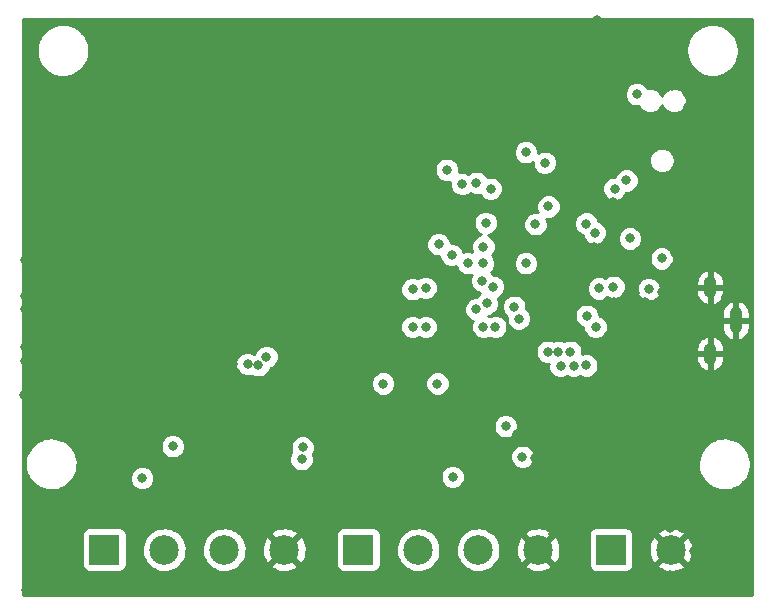
<source format=gbr>
G04 #@! TF.GenerationSoftware,KiCad,Pcbnew,5.99.0-unknown-d20d310~86~ubuntu18.04.1*
G04 #@! TF.CreationDate,2019-12-19T15:55:41+02:00*
G04 #@! TF.ProjectId,lora-bridge,6c6f7261-2d62-4726-9964-67652e6b6963,1.1*
G04 #@! TF.SameCoordinates,Original*
G04 #@! TF.FileFunction,Copper,L2,Inr*
G04 #@! TF.FilePolarity,Positive*
%FSLAX46Y46*%
G04 Gerber Fmt 4.6, Leading zero omitted, Abs format (unit mm)*
G04 Created by KiCad (PCBNEW 5.99.0-unknown-d20d310~86~ubuntu18.04.1) date 2019-12-19 15:55:41*
%MOMM*%
%LPD*%
G04 APERTURE LIST*
%ADD10R,2.500000X2.500000*%
%ADD11C,2.500000*%
%ADD12O,1.100000X1.800000*%
%ADD13O,1.100000X2.200000*%
%ADD14C,0.800000*%
%ADD15C,0.254000*%
G04 APERTURE END LIST*
D10*
X135400000Y-138562495D03*
D11*
X140480000Y-138562495D03*
D10*
X114000000Y-138562495D03*
D11*
X119080000Y-138562495D03*
X124160000Y-138562495D03*
X129240000Y-138562495D03*
D10*
X92500000Y-138562495D03*
D11*
X97580000Y-138562495D03*
X102660000Y-138562495D03*
X107740000Y-138562495D03*
D12*
X143805000Y-121950000D03*
X143805000Y-116350000D03*
D13*
X145955000Y-119150000D03*
D14*
X142000000Y-104700000D03*
X137400000Y-103800000D03*
X139700000Y-116700000D03*
X138300000Y-117600000D03*
X137400000Y-116800000D03*
X140100000Y-115600000D03*
X140700000Y-114600000D03*
X140800000Y-113400000D03*
X140400000Y-112300000D03*
X140400000Y-111100000D03*
X125200000Y-100800000D03*
X130600000Y-103800000D03*
X134900000Y-103400000D03*
X122000000Y-139900000D03*
X125200000Y-136800000D03*
X126000000Y-132900000D03*
X129000000Y-130800000D03*
X116500000Y-122100000D03*
X116700000Y-138700000D03*
X118300000Y-134500000D03*
X123300000Y-131200000D03*
X86000000Y-94000000D03*
X147000000Y-94000000D03*
X134200000Y-93700000D03*
X128000000Y-94000000D03*
X128450000Y-127600000D03*
X128450000Y-122000000D03*
X128400000Y-124400000D03*
X134000000Y-128800000D03*
X140600000Y-121000000D03*
X132237500Y-123012500D03*
X141800000Y-105900000D03*
X141900000Y-103500000D03*
X141900000Y-102300000D03*
X141900000Y-101100000D03*
X141800000Y-99900000D03*
X140600000Y-99300000D03*
X140100000Y-107800000D03*
X136300000Y-97500000D03*
X136300000Y-98700000D03*
X136300000Y-99900000D03*
X139400000Y-97500000D03*
X139400000Y-98700000D03*
X139700000Y-113900000D03*
X98299998Y-129800000D03*
X101500000Y-133700000D03*
X99800000Y-133800000D03*
X100600000Y-134600000D03*
X95700000Y-132500000D03*
X140380000Y-119350000D03*
X135700000Y-119700000D03*
X136600000Y-118700000D03*
X120700000Y-124500000D03*
X116100000Y-124500000D03*
X133350000Y-118750000D03*
X136700000Y-107300000D03*
X133300000Y-110950000D03*
X134007117Y-111732847D03*
X135700000Y-108000000D03*
X136100000Y-101100000D03*
X133700000Y-101100000D03*
X132500000Y-102200000D03*
X137400000Y-102200000D03*
X134800000Y-102200000D03*
X132100000Y-103800000D03*
X135600000Y-109100000D03*
X140400000Y-109900000D03*
X139300000Y-108700000D03*
X137000000Y-108700000D03*
X138600000Y-116500000D03*
X124500000Y-115800000D03*
X129000000Y-111000000D03*
X128200000Y-114300000D03*
X125400000Y-116300000D03*
X125200000Y-107999979D03*
X123300000Y-114300000D03*
X124800000Y-110900000D03*
X124600000Y-112900000D03*
X124569238Y-114300010D03*
X97000000Y-121336034D03*
X100227284Y-121336034D03*
X98127284Y-118336034D03*
X95727284Y-103836034D03*
X97127284Y-105336034D03*
X97127284Y-102236034D03*
X100227284Y-118336034D03*
X99127284Y-118336034D03*
X99127284Y-121336034D03*
X103427284Y-122836034D03*
X102427284Y-121836034D03*
X106227284Y-122236034D03*
X105527284Y-122936034D03*
X104627284Y-122836034D03*
X133300000Y-122962495D03*
X131950000Y-121800000D03*
X130950000Y-121800000D03*
X130050000Y-121800000D03*
X131137500Y-123012500D03*
X133100000Y-115700000D03*
X134000000Y-112900000D03*
X131700000Y-109600000D03*
X127800000Y-112500000D03*
X109300000Y-129899999D03*
X122000000Y-132400000D03*
X120900000Y-129900000D03*
X118000000Y-128900000D03*
X114000000Y-131700000D03*
X115100000Y-131300000D03*
X116100000Y-132900000D03*
X130300000Y-130800000D03*
X140800000Y-132800000D03*
X127450000Y-128800000D03*
X133450000Y-127500000D03*
X131050000Y-125700000D03*
X140600000Y-122600000D03*
X139831585Y-121850000D03*
X145180000Y-117150000D03*
X139400000Y-119300000D03*
X129800000Y-105800000D03*
X130101994Y-109503067D03*
X128200000Y-104900000D03*
X98100000Y-121000000D03*
X96000000Y-120900000D03*
X95027284Y-120836034D03*
X95027284Y-118736034D03*
X96027284Y-118736034D03*
X96927284Y-118036034D03*
X94100000Y-120900000D03*
X93100000Y-120900000D03*
X92100000Y-120900000D03*
X91100000Y-120900000D03*
X91100000Y-118700000D03*
X92100000Y-118700000D03*
X93100000Y-118700000D03*
X94100000Y-118700000D03*
X95827284Y-114736034D03*
X95827284Y-115736034D03*
X95827284Y-116736034D03*
X95827284Y-117736034D03*
X85900000Y-142000000D03*
X87000000Y-105000000D03*
X147000000Y-141900000D03*
X146000000Y-125000000D03*
X146000000Y-105000000D03*
X137800000Y-97200000D03*
X130000000Y-96500000D03*
X123000000Y-94000000D03*
X116000000Y-94000000D03*
X112000000Y-94000000D03*
X106000000Y-94075000D03*
X102000000Y-94075000D03*
X97000000Y-94075000D03*
X95000000Y-141700000D03*
X105000000Y-141700000D03*
X130000000Y-141700000D03*
X140400000Y-141700000D03*
X129900000Y-115500000D03*
X129800000Y-113000000D03*
X132800000Y-112500000D03*
X128000000Y-110100000D03*
X134900000Y-106100000D03*
X137300000Y-105500000D03*
X141000000Y-106900000D03*
X127500000Y-106900000D03*
X123300000Y-110600000D03*
X123200000Y-115600000D03*
X96800000Y-129500000D03*
X112600000Y-119700000D03*
X145980000Y-121450000D03*
X145980000Y-116450000D03*
X142400000Y-141700000D03*
X141400000Y-141700000D03*
X139400000Y-141700000D03*
X138400000Y-141700000D03*
X138400000Y-140700000D03*
X138400000Y-139700000D03*
X138400000Y-138700000D03*
X138400000Y-137700000D03*
X138400000Y-136700000D03*
X139400000Y-136700000D03*
X140400000Y-136700000D03*
X141400000Y-136700000D03*
X142400000Y-136700000D03*
X142400000Y-137700000D03*
X142400000Y-138700000D03*
X142400000Y-139700000D03*
X142400000Y-140700000D03*
X139400000Y-140700000D03*
X141400000Y-140700000D03*
X130500000Y-137200000D03*
X127700000Y-137200000D03*
X127700000Y-140400000D03*
X130600000Y-140200000D03*
X105960000Y-140200000D03*
X109060000Y-140200000D03*
X109260000Y-137100000D03*
X106060000Y-137100000D03*
X119000000Y-102100000D03*
X106000000Y-102100000D03*
X92327284Y-106336034D03*
X92327284Y-111336034D03*
X97327284Y-111336034D03*
X101327284Y-111336034D03*
X107327284Y-111336034D03*
X105127284Y-116336034D03*
X101327284Y-116336034D03*
X132900000Y-125700000D03*
X138700000Y-132800000D03*
X141800000Y-132200000D03*
X141800000Y-133300000D03*
X127900000Y-130700000D03*
X123400000Y-125800000D03*
X122600000Y-123700000D03*
X109200000Y-130900000D03*
X140400000Y-140700000D03*
X111100000Y-105400000D03*
X112400000Y-103800000D03*
X111100000Y-102200000D03*
X114400000Y-110000000D03*
X124900000Y-117700000D03*
X119700000Y-116400000D03*
X118600000Y-116500000D03*
X124000000Y-118200000D03*
X119700000Y-119700000D03*
X118600000Y-119700000D03*
X124587490Y-119700879D03*
X125600000Y-119700000D03*
X126500000Y-128099998D03*
X113900000Y-141800000D03*
X127200000Y-118000000D03*
X127600000Y-119000000D03*
X127400000Y-123100000D03*
X86300000Y-126900000D03*
X124000000Y-107500000D03*
X122800000Y-107600000D03*
X137600000Y-100000000D03*
X120800000Y-112700000D03*
X121500000Y-106400000D03*
X121600000Y-119900000D03*
X121900000Y-113600000D03*
X137002520Y-112197480D03*
X134380983Y-116437157D03*
X135676333Y-117600000D03*
X135600000Y-116300000D03*
X134100000Y-119700000D03*
X85800000Y-114000000D03*
X86800000Y-114000000D03*
X87800000Y-114000000D03*
X88800000Y-114000000D03*
X85800000Y-117100000D03*
X86800000Y-117100000D03*
X87800000Y-117100000D03*
X88800000Y-117100000D03*
X85800000Y-121400000D03*
X86800000Y-121400000D03*
X87800000Y-121400000D03*
X88800000Y-121400000D03*
X85800000Y-118200000D03*
X86800000Y-118200000D03*
X87800000Y-118200000D03*
X88800000Y-118200000D03*
X85800000Y-122600000D03*
X86800000Y-122600000D03*
X87800000Y-122600000D03*
X88800000Y-122600000D03*
X85700000Y-125500000D03*
X86700000Y-125500000D03*
X87700000Y-125500000D03*
X88700000Y-125500000D03*
X89800000Y-118200000D03*
X89800000Y-117100000D03*
X89800000Y-114000000D03*
X89800000Y-121400000D03*
X89700000Y-125500000D03*
X89800000Y-122600000D03*
X91100000Y-115500000D03*
X91100000Y-124000000D03*
G36*
X147366000Y-142366000D02*
G01*
X85634000Y-142366000D01*
X85634000Y-137301471D01*
X90608163Y-137301471D01*
X90608163Y-139829083D01*
X90688795Y-140130007D01*
X90836185Y-140305660D01*
X91029814Y-140417451D01*
X91238976Y-140454332D01*
X93766588Y-140454332D01*
X94067512Y-140373700D01*
X94243165Y-140226310D01*
X94354956Y-140032681D01*
X94391837Y-139823519D01*
X94391837Y-138651492D01*
X95692821Y-138651492D01*
X95726705Y-138929457D01*
X95801302Y-139199361D01*
X95914975Y-139455273D01*
X96065224Y-139691574D01*
X96248751Y-139903071D01*
X96461524Y-140085116D01*
X96698866Y-140233713D01*
X96955567Y-140345596D01*
X97225985Y-140418307D01*
X97504179Y-140450250D01*
X97784041Y-140440721D01*
X98059419Y-140389931D01*
X98324265Y-140298995D01*
X98572761Y-140169913D01*
X98799448Y-140005517D01*
X98999345Y-139809421D01*
X99168062Y-139585931D01*
X99301892Y-139339960D01*
X99397896Y-139076908D01*
X99454295Y-138800929D01*
X99458338Y-138651492D01*
X100772821Y-138651492D01*
X100806705Y-138929457D01*
X100881302Y-139199361D01*
X100994975Y-139455273D01*
X101145224Y-139691574D01*
X101328751Y-139903071D01*
X101541524Y-140085116D01*
X101778866Y-140233713D01*
X102035567Y-140345596D01*
X102305985Y-140418307D01*
X102584179Y-140450250D01*
X102864041Y-140440721D01*
X103139419Y-140389931D01*
X103404265Y-140298995D01*
X103652761Y-140169913D01*
X103879448Y-140005517D01*
X103903184Y-139982232D01*
X106501282Y-139982232D01*
X106621522Y-140085115D01*
X106858866Y-140233713D01*
X107115567Y-140345596D01*
X107385985Y-140418307D01*
X107664179Y-140450250D01*
X107944041Y-140440721D01*
X108219419Y-140389931D01*
X108484265Y-140298995D01*
X108732761Y-140169913D01*
X108984114Y-139987628D01*
X107740000Y-138743514D01*
X106501282Y-139982232D01*
X103903184Y-139982232D01*
X104079345Y-139809421D01*
X104248062Y-139585931D01*
X104381892Y-139339960D01*
X104477896Y-139076908D01*
X104534295Y-138800929D01*
X104538338Y-138651492D01*
X105852821Y-138651492D01*
X105886705Y-138929457D01*
X105961302Y-139199361D01*
X106074975Y-139455273D01*
X106225227Y-139691579D01*
X106320326Y-139801150D01*
X107558981Y-138562495D01*
X107921019Y-138562495D01*
X109163045Y-139804521D01*
X109328063Y-139585931D01*
X109461892Y-139339960D01*
X109557896Y-139076908D01*
X109614295Y-138800929D01*
X109624447Y-138425770D01*
X109583054Y-138147145D01*
X109501418Y-137879287D01*
X109381085Y-137626437D01*
X109170247Y-137313267D01*
X107921019Y-138562495D01*
X107558981Y-138562495D01*
X106313981Y-137317495D01*
X106125691Y-137580980D01*
X105998346Y-137830371D01*
X105909261Y-138095845D01*
X105860395Y-138371572D01*
X105852821Y-138651492D01*
X104538338Y-138651492D01*
X104544447Y-138425770D01*
X104503054Y-138147145D01*
X104421418Y-137879287D01*
X104301085Y-137626437D01*
X104144701Y-137394151D01*
X103955700Y-137187531D01*
X103897213Y-137140084D01*
X106498608Y-137140084D01*
X107740000Y-138381476D01*
X108820005Y-137301471D01*
X112108163Y-137301471D01*
X112108163Y-139829083D01*
X112188795Y-140130007D01*
X112336185Y-140305660D01*
X112529814Y-140417451D01*
X112738976Y-140454332D01*
X115266588Y-140454332D01*
X115567512Y-140373700D01*
X115743165Y-140226310D01*
X115854956Y-140032681D01*
X115891837Y-139823519D01*
X115891837Y-138651492D01*
X117192821Y-138651492D01*
X117226705Y-138929457D01*
X117301302Y-139199361D01*
X117414975Y-139455273D01*
X117565224Y-139691574D01*
X117748751Y-139903071D01*
X117961524Y-140085116D01*
X118198866Y-140233713D01*
X118455567Y-140345596D01*
X118725985Y-140418307D01*
X119004179Y-140450250D01*
X119284041Y-140440721D01*
X119559419Y-140389931D01*
X119824265Y-140298995D01*
X120072761Y-140169913D01*
X120299448Y-140005517D01*
X120499345Y-139809421D01*
X120668062Y-139585931D01*
X120801892Y-139339960D01*
X120897896Y-139076908D01*
X120954295Y-138800929D01*
X120958338Y-138651492D01*
X122272821Y-138651492D01*
X122306705Y-138929457D01*
X122381302Y-139199361D01*
X122494975Y-139455273D01*
X122645224Y-139691574D01*
X122828751Y-139903071D01*
X123041524Y-140085116D01*
X123278866Y-140233713D01*
X123535567Y-140345596D01*
X123805985Y-140418307D01*
X124084179Y-140450250D01*
X124364041Y-140440721D01*
X124639419Y-140389931D01*
X124904265Y-140298995D01*
X125152761Y-140169913D01*
X125379448Y-140005517D01*
X125403184Y-139982232D01*
X128001282Y-139982232D01*
X128121522Y-140085115D01*
X128358866Y-140233713D01*
X128615567Y-140345596D01*
X128885985Y-140418307D01*
X129164179Y-140450250D01*
X129444041Y-140440721D01*
X129719419Y-140389931D01*
X129984265Y-140298995D01*
X130232761Y-140169913D01*
X130484114Y-139987628D01*
X129240000Y-138743514D01*
X128001282Y-139982232D01*
X125403184Y-139982232D01*
X125579345Y-139809421D01*
X125748062Y-139585931D01*
X125881892Y-139339960D01*
X125977896Y-139076908D01*
X126034295Y-138800929D01*
X126038338Y-138651492D01*
X127352821Y-138651492D01*
X127386705Y-138929457D01*
X127461302Y-139199361D01*
X127574975Y-139455273D01*
X127725227Y-139691579D01*
X127820326Y-139801150D01*
X129058981Y-138562495D01*
X129421019Y-138562495D01*
X130663045Y-139804521D01*
X130828063Y-139585931D01*
X130961892Y-139339960D01*
X131057896Y-139076908D01*
X131114295Y-138800929D01*
X131124447Y-138425770D01*
X131083054Y-138147145D01*
X131001418Y-137879287D01*
X130881085Y-137626437D01*
X130670247Y-137313267D01*
X129421019Y-138562495D01*
X129058981Y-138562495D01*
X127813981Y-137317495D01*
X127625691Y-137580980D01*
X127498346Y-137830371D01*
X127409261Y-138095845D01*
X127360395Y-138371572D01*
X127352821Y-138651492D01*
X126038338Y-138651492D01*
X126044447Y-138425770D01*
X126003054Y-138147145D01*
X125921418Y-137879287D01*
X125801085Y-137626437D01*
X125644701Y-137394151D01*
X125455700Y-137187531D01*
X125397213Y-137140084D01*
X127998608Y-137140084D01*
X129240000Y-138381476D01*
X130320005Y-137301471D01*
X133508163Y-137301471D01*
X133508163Y-139829083D01*
X133588795Y-140130007D01*
X133736185Y-140305660D01*
X133929814Y-140417451D01*
X134138976Y-140454332D01*
X136666588Y-140454332D01*
X136967512Y-140373700D01*
X137143165Y-140226310D01*
X137254956Y-140032681D01*
X137263851Y-139982232D01*
X139241282Y-139982232D01*
X139361522Y-140085115D01*
X139598866Y-140233713D01*
X139855567Y-140345596D01*
X140125985Y-140418307D01*
X140404179Y-140450250D01*
X140684041Y-140440721D01*
X140959419Y-140389931D01*
X141224265Y-140298995D01*
X141472761Y-140169913D01*
X141724114Y-139987628D01*
X140480000Y-138743514D01*
X139241282Y-139982232D01*
X137263851Y-139982232D01*
X137291837Y-139823519D01*
X137291837Y-138651492D01*
X138592821Y-138651492D01*
X138626705Y-138929457D01*
X138701302Y-139199361D01*
X138814975Y-139455273D01*
X138965227Y-139691579D01*
X139060326Y-139801150D01*
X140298981Y-138562495D01*
X140661019Y-138562495D01*
X141903045Y-139804521D01*
X142068063Y-139585931D01*
X142201892Y-139339960D01*
X142297896Y-139076908D01*
X142354295Y-138800929D01*
X142364447Y-138425770D01*
X142323054Y-138147145D01*
X142241418Y-137879287D01*
X142121085Y-137626437D01*
X141910247Y-137313267D01*
X140661019Y-138562495D01*
X140298981Y-138562495D01*
X139053981Y-137317495D01*
X138865691Y-137580980D01*
X138738346Y-137830371D01*
X138649261Y-138095845D01*
X138600395Y-138371572D01*
X138592821Y-138651492D01*
X137291837Y-138651492D01*
X137291837Y-137295907D01*
X137250085Y-137140084D01*
X139238608Y-137140084D01*
X140480000Y-138381476D01*
X141719521Y-137141955D01*
X141558235Y-137011117D01*
X141317084Y-136868784D01*
X141057543Y-136763659D01*
X140785314Y-136698051D01*
X140506378Y-136673403D01*
X140226863Y-136690254D01*
X139952908Y-136748234D01*
X139690533Y-136846072D01*
X139445502Y-136981616D01*
X139238608Y-137140084D01*
X137250085Y-137140084D01*
X137211205Y-136994984D01*
X137063815Y-136819330D01*
X136870186Y-136707539D01*
X136661024Y-136670658D01*
X134133412Y-136670658D01*
X133832489Y-136751290D01*
X133656835Y-136898680D01*
X133545044Y-137092309D01*
X133508163Y-137301471D01*
X130320005Y-137301471D01*
X130479521Y-137141955D01*
X130318235Y-137011117D01*
X130077084Y-136868784D01*
X129817543Y-136763659D01*
X129545314Y-136698051D01*
X129266378Y-136673403D01*
X128986863Y-136690254D01*
X128712908Y-136748234D01*
X128450533Y-136846072D01*
X128205502Y-136981616D01*
X127998608Y-137140084D01*
X125397213Y-137140084D01*
X125238235Y-137011117D01*
X124997084Y-136868784D01*
X124737543Y-136763659D01*
X124465314Y-136698051D01*
X124186378Y-136673403D01*
X123906863Y-136690254D01*
X123632908Y-136748234D01*
X123370533Y-136846072D01*
X123125502Y-136981616D01*
X122903196Y-137151889D01*
X122708500Y-137353151D01*
X122545691Y-137580980D01*
X122418346Y-137830371D01*
X122329261Y-138095845D01*
X122280395Y-138371572D01*
X122272821Y-138651492D01*
X120958338Y-138651492D01*
X120964447Y-138425770D01*
X120923054Y-138147145D01*
X120841418Y-137879287D01*
X120721085Y-137626437D01*
X120564701Y-137394151D01*
X120375700Y-137187531D01*
X120158235Y-137011117D01*
X119917084Y-136868784D01*
X119657543Y-136763659D01*
X119385314Y-136698051D01*
X119106378Y-136673403D01*
X118826863Y-136690254D01*
X118552908Y-136748234D01*
X118290533Y-136846072D01*
X118045502Y-136981616D01*
X117823196Y-137151889D01*
X117628500Y-137353151D01*
X117465691Y-137580980D01*
X117338346Y-137830371D01*
X117249261Y-138095845D01*
X117200395Y-138371572D01*
X117192821Y-138651492D01*
X115891837Y-138651492D01*
X115891837Y-137295907D01*
X115811205Y-136994984D01*
X115663815Y-136819330D01*
X115470186Y-136707539D01*
X115261024Y-136670658D01*
X112733412Y-136670658D01*
X112432489Y-136751290D01*
X112256835Y-136898680D01*
X112145044Y-137092309D01*
X112108163Y-137301471D01*
X108820005Y-137301471D01*
X108979521Y-137141955D01*
X108818235Y-137011117D01*
X108577084Y-136868784D01*
X108317543Y-136763659D01*
X108045314Y-136698051D01*
X107766378Y-136673403D01*
X107486863Y-136690254D01*
X107212908Y-136748234D01*
X106950533Y-136846072D01*
X106705502Y-136981616D01*
X106498608Y-137140084D01*
X103897213Y-137140084D01*
X103738235Y-137011117D01*
X103497084Y-136868784D01*
X103237543Y-136763659D01*
X102965314Y-136698051D01*
X102686378Y-136673403D01*
X102406863Y-136690254D01*
X102132908Y-136748234D01*
X101870533Y-136846072D01*
X101625502Y-136981616D01*
X101403196Y-137151889D01*
X101208500Y-137353151D01*
X101045691Y-137580980D01*
X100918346Y-137830371D01*
X100829261Y-138095845D01*
X100780395Y-138371572D01*
X100772821Y-138651492D01*
X99458338Y-138651492D01*
X99464447Y-138425770D01*
X99423054Y-138147145D01*
X99341418Y-137879287D01*
X99221085Y-137626437D01*
X99064701Y-137394151D01*
X98875700Y-137187531D01*
X98658235Y-137011117D01*
X98417084Y-136868784D01*
X98157543Y-136763659D01*
X97885314Y-136698051D01*
X97606378Y-136673403D01*
X97326863Y-136690254D01*
X97052908Y-136748234D01*
X96790533Y-136846072D01*
X96545502Y-136981616D01*
X96323196Y-137151889D01*
X96128500Y-137353151D01*
X95965691Y-137580980D01*
X95838346Y-137830371D01*
X95749261Y-138095845D01*
X95700395Y-138371572D01*
X95692821Y-138651492D01*
X94391837Y-138651492D01*
X94391837Y-137295907D01*
X94311205Y-136994984D01*
X94163815Y-136819330D01*
X93970186Y-136707539D01*
X93761024Y-136670658D01*
X91233412Y-136670658D01*
X90932489Y-136751290D01*
X90756835Y-136898680D01*
X90645044Y-137092309D01*
X90608163Y-137301471D01*
X85634000Y-137301471D01*
X85634000Y-131428898D01*
X85764496Y-131428898D01*
X85802672Y-131731098D01*
X85881510Y-132025321D01*
X85999547Y-132306122D01*
X86154602Y-132568307D01*
X86343805Y-132807021D01*
X86563655Y-133017849D01*
X86810083Y-133196890D01*
X87078530Y-133340830D01*
X87364028Y-133447006D01*
X87661294Y-133513452D01*
X87964828Y-133538941D01*
X88269012Y-133523000D01*
X88568220Y-133465923D01*
X88856911Y-133368767D01*
X89129747Y-133233330D01*
X89381678Y-133062119D01*
X89608041Y-132858300D01*
X89804649Y-132625646D01*
X89967863Y-132368463D01*
X89969964Y-132363872D01*
X94666000Y-132363872D01*
X94666000Y-132636128D01*
X94736466Y-132899109D01*
X94872594Y-133134891D01*
X95065109Y-133327406D01*
X95300891Y-133463534D01*
X95563872Y-133534000D01*
X95836128Y-133534000D01*
X96099109Y-133463534D01*
X96334891Y-133327406D01*
X96527406Y-133134891D01*
X96663534Y-132899109D01*
X96734000Y-132636128D01*
X96734000Y-132363872D01*
X96707205Y-132263872D01*
X120966000Y-132263872D01*
X120966000Y-132536128D01*
X121036466Y-132799109D01*
X121172594Y-133034891D01*
X121365109Y-133227406D01*
X121600891Y-133363534D01*
X121863872Y-133434000D01*
X122136128Y-133434000D01*
X122399109Y-133363534D01*
X122634891Y-133227406D01*
X122827406Y-133034891D01*
X122963534Y-132799109D01*
X123034000Y-132536128D01*
X123034000Y-132263872D01*
X122963534Y-132000891D01*
X122827406Y-131765109D01*
X122634891Y-131572594D01*
X122399109Y-131436466D01*
X122136128Y-131366000D01*
X121863872Y-131366000D01*
X121600891Y-131436466D01*
X121365109Y-131572594D01*
X121172594Y-131765109D01*
X121036466Y-132000891D01*
X120966000Y-132263872D01*
X96707205Y-132263872D01*
X96663534Y-132100891D01*
X96527406Y-131865109D01*
X96334891Y-131672594D01*
X96099109Y-131536466D01*
X95836128Y-131466000D01*
X95563872Y-131466000D01*
X95300891Y-131536466D01*
X95065109Y-131672594D01*
X94872594Y-131865109D01*
X94736466Y-132100891D01*
X94666000Y-132363872D01*
X89969964Y-132363872D01*
X90094663Y-132091507D01*
X90182702Y-131799906D01*
X90230456Y-131498399D01*
X90234122Y-131148356D01*
X90192692Y-130845916D01*
X90110780Y-130552534D01*
X89989808Y-130272984D01*
X89832015Y-130012438D01*
X89640323Y-129775718D01*
X89521219Y-129663872D01*
X97265998Y-129663872D01*
X97265998Y-129936128D01*
X97336464Y-130199109D01*
X97472592Y-130434891D01*
X97665107Y-130627406D01*
X97900889Y-130763534D01*
X98163870Y-130834000D01*
X98436126Y-130834000D01*
X98697845Y-130763872D01*
X108166000Y-130763872D01*
X108166000Y-131036128D01*
X108236466Y-131299109D01*
X108372594Y-131534891D01*
X108565109Y-131727406D01*
X108800891Y-131863534D01*
X109063872Y-131934000D01*
X109336128Y-131934000D01*
X109599109Y-131863534D01*
X109834891Y-131727406D01*
X110027406Y-131534891D01*
X110163534Y-131299109D01*
X110234000Y-131036128D01*
X110234000Y-130763872D01*
X110180410Y-130563872D01*
X126866000Y-130563872D01*
X126866000Y-130836128D01*
X126936466Y-131099109D01*
X127072594Y-131334891D01*
X127265109Y-131527406D01*
X127500891Y-131663534D01*
X127763872Y-131734000D01*
X128036128Y-131734000D01*
X128299109Y-131663534D01*
X128534891Y-131527406D01*
X128633399Y-131428898D01*
X142764496Y-131428898D01*
X142802672Y-131731098D01*
X142881510Y-132025321D01*
X142999547Y-132306122D01*
X143154602Y-132568307D01*
X143343805Y-132807021D01*
X143563655Y-133017849D01*
X143810083Y-133196890D01*
X144078530Y-133340830D01*
X144364028Y-133447006D01*
X144661294Y-133513452D01*
X144964828Y-133538941D01*
X145269012Y-133523000D01*
X145568220Y-133465923D01*
X145856911Y-133368767D01*
X146129747Y-133233330D01*
X146381678Y-133062119D01*
X146608041Y-132858300D01*
X146804649Y-132625646D01*
X146967863Y-132368463D01*
X147094663Y-132091507D01*
X147182702Y-131799906D01*
X147230456Y-131498399D01*
X147234122Y-131148356D01*
X147192692Y-130845916D01*
X147110780Y-130552534D01*
X146989808Y-130272984D01*
X146832015Y-130012438D01*
X146640323Y-129775718D01*
X146418277Y-129567204D01*
X146169988Y-129390753D01*
X145900049Y-129249633D01*
X145613454Y-129146452D01*
X145315509Y-129083121D01*
X145011724Y-129060813D01*
X144707723Y-129079939D01*
X144409131Y-129140147D01*
X144121472Y-129240319D01*
X143850070Y-129378606D01*
X143599946Y-129552446D01*
X143375729Y-129758624D01*
X143181568Y-129993324D01*
X143021057Y-130252203D01*
X142897163Y-130530471D01*
X142812183Y-130822979D01*
X142767685Y-131124313D01*
X142764496Y-131428898D01*
X128633399Y-131428898D01*
X128727406Y-131334891D01*
X128863534Y-131099109D01*
X128934000Y-130836128D01*
X128934000Y-130563872D01*
X128863534Y-130300891D01*
X128727406Y-130065109D01*
X128534891Y-129872594D01*
X128299109Y-129736466D01*
X128036128Y-129666000D01*
X127763872Y-129666000D01*
X127500891Y-129736466D01*
X127265109Y-129872594D01*
X127072594Y-130065109D01*
X126936466Y-130300891D01*
X126866000Y-130563872D01*
X110180410Y-130563872D01*
X110163534Y-130500891D01*
X110155285Y-130486603D01*
X110263534Y-130299108D01*
X110334000Y-130036127D01*
X110334000Y-129763871D01*
X110263534Y-129500890D01*
X110127406Y-129265108D01*
X109934891Y-129072593D01*
X109699109Y-128936465D01*
X109436128Y-128865999D01*
X109163872Y-128865999D01*
X108900891Y-128936465D01*
X108665109Y-129072593D01*
X108472594Y-129265108D01*
X108336466Y-129500890D01*
X108266000Y-129763871D01*
X108266000Y-130036127D01*
X108336466Y-130299108D01*
X108344715Y-130313396D01*
X108236466Y-130500891D01*
X108166000Y-130763872D01*
X98697845Y-130763872D01*
X98699107Y-130763534D01*
X98934889Y-130627406D01*
X99127404Y-130434891D01*
X99263532Y-130199109D01*
X99333998Y-129936128D01*
X99333998Y-129663872D01*
X99263532Y-129400891D01*
X99127404Y-129165109D01*
X98934889Y-128972594D01*
X98699107Y-128836466D01*
X98436126Y-128766000D01*
X98163870Y-128766000D01*
X97900889Y-128836466D01*
X97665107Y-128972594D01*
X97472592Y-129165109D01*
X97336464Y-129400891D01*
X97265998Y-129663872D01*
X89521219Y-129663872D01*
X89418277Y-129567204D01*
X89169988Y-129390753D01*
X88900049Y-129249633D01*
X88613454Y-129146452D01*
X88315509Y-129083121D01*
X88011724Y-129060813D01*
X87707723Y-129079939D01*
X87409131Y-129140147D01*
X87121472Y-129240319D01*
X86850070Y-129378606D01*
X86599946Y-129552446D01*
X86375729Y-129758624D01*
X86181568Y-129993324D01*
X86021057Y-130252203D01*
X85897163Y-130530471D01*
X85812183Y-130822979D01*
X85767685Y-131124313D01*
X85764496Y-131428898D01*
X85634000Y-131428898D01*
X85634000Y-127963870D01*
X125466000Y-127963870D01*
X125466000Y-128236126D01*
X125536466Y-128499107D01*
X125672594Y-128734889D01*
X125865109Y-128927404D01*
X126100891Y-129063532D01*
X126363872Y-129133998D01*
X126636128Y-129133998D01*
X126899109Y-129063532D01*
X127134891Y-128927404D01*
X127327406Y-128734889D01*
X127463534Y-128499107D01*
X127534000Y-128236126D01*
X127534000Y-127963870D01*
X127463534Y-127700889D01*
X127327406Y-127465107D01*
X127134891Y-127272592D01*
X126899109Y-127136464D01*
X126636128Y-127065998D01*
X126363872Y-127065998D01*
X126100891Y-127136464D01*
X125865109Y-127272592D01*
X125672594Y-127465107D01*
X125536466Y-127700889D01*
X125466000Y-127963870D01*
X85634000Y-127963870D01*
X85634000Y-124363872D01*
X115066000Y-124363872D01*
X115066000Y-124636128D01*
X115136466Y-124899109D01*
X115272594Y-125134891D01*
X115465109Y-125327406D01*
X115700891Y-125463534D01*
X115963872Y-125534000D01*
X116236128Y-125534000D01*
X116499109Y-125463534D01*
X116734891Y-125327406D01*
X116927406Y-125134891D01*
X117063534Y-124899109D01*
X117134000Y-124636128D01*
X117134000Y-124363872D01*
X119666000Y-124363872D01*
X119666000Y-124636128D01*
X119736466Y-124899109D01*
X119872594Y-125134891D01*
X120065109Y-125327406D01*
X120300891Y-125463534D01*
X120563872Y-125534000D01*
X120836128Y-125534000D01*
X121099109Y-125463534D01*
X121334891Y-125327406D01*
X121527406Y-125134891D01*
X121663534Y-124899109D01*
X121734000Y-124636128D01*
X121734000Y-124363872D01*
X121663534Y-124100891D01*
X121527406Y-123865109D01*
X121334891Y-123672594D01*
X121099109Y-123536466D01*
X120836128Y-123466000D01*
X120563872Y-123466000D01*
X120300891Y-123536466D01*
X120065109Y-123672594D01*
X119872594Y-123865109D01*
X119736466Y-124100891D01*
X119666000Y-124363872D01*
X117134000Y-124363872D01*
X117063534Y-124100891D01*
X116927406Y-123865109D01*
X116734891Y-123672594D01*
X116499109Y-123536466D01*
X116236128Y-123466000D01*
X115963872Y-123466000D01*
X115700891Y-123536466D01*
X115465109Y-123672594D01*
X115272594Y-123865109D01*
X115136466Y-124100891D01*
X115066000Y-124363872D01*
X85634000Y-124363872D01*
X85634000Y-122699906D01*
X103593284Y-122699906D01*
X103593284Y-122972162D01*
X103663750Y-123235143D01*
X103799878Y-123470925D01*
X103992393Y-123663440D01*
X104228175Y-123799568D01*
X104491156Y-123870034D01*
X104763412Y-123870034D01*
X104977611Y-123812640D01*
X105128175Y-123899568D01*
X105391156Y-123970034D01*
X105663412Y-123970034D01*
X105926393Y-123899568D01*
X106162175Y-123763440D01*
X106354690Y-123570925D01*
X106490818Y-123335143D01*
X106519469Y-123228219D01*
X106626393Y-123199568D01*
X106862175Y-123063440D01*
X107054690Y-122870925D01*
X107190818Y-122635143D01*
X107261284Y-122372162D01*
X107261284Y-122099906D01*
X107190818Y-121836925D01*
X107090907Y-121663872D01*
X129016000Y-121663872D01*
X129016000Y-121936128D01*
X129086466Y-122199109D01*
X129222594Y-122434891D01*
X129415109Y-122627406D01*
X129650891Y-122763534D01*
X129913872Y-122834000D01*
X130114853Y-122834000D01*
X130103500Y-122876372D01*
X130103500Y-123148628D01*
X130173966Y-123411609D01*
X130310094Y-123647391D01*
X130502609Y-123839906D01*
X130738391Y-123976034D01*
X131001372Y-124046500D01*
X131273628Y-124046500D01*
X131536609Y-123976034D01*
X131687500Y-123888918D01*
X131838391Y-123976034D01*
X132101372Y-124046500D01*
X132373628Y-124046500D01*
X132636609Y-123976034D01*
X132812056Y-123874740D01*
X132900891Y-123926029D01*
X133163872Y-123996495D01*
X133436128Y-123996495D01*
X133699109Y-123926029D01*
X133934891Y-123789901D01*
X134127406Y-123597386D01*
X134263534Y-123361604D01*
X134334000Y-123098623D01*
X134334000Y-122826367D01*
X134263534Y-122563386D01*
X134127406Y-122327604D01*
X133934891Y-122135089D01*
X133836010Y-122078000D01*
X142621000Y-122078000D01*
X142621000Y-122358369D01*
X142637935Y-122531085D01*
X142705048Y-122753368D01*
X142814056Y-122958383D01*
X142960808Y-123138319D01*
X143139716Y-123286326D01*
X143343965Y-123396762D01*
X143677000Y-123499853D01*
X143677000Y-122078000D01*
X143933000Y-122078000D01*
X143933000Y-123496589D01*
X144250678Y-123403092D01*
X144456449Y-123295518D01*
X144637405Y-123150024D01*
X144786657Y-122972154D01*
X144898516Y-122768682D01*
X144968859Y-122546933D01*
X144989000Y-122355305D01*
X144989000Y-122078000D01*
X143933000Y-122078000D01*
X143677000Y-122078000D01*
X142621000Y-122078000D01*
X133836010Y-122078000D01*
X133699109Y-121998961D01*
X133436128Y-121928495D01*
X133163872Y-121928495D01*
X132972290Y-121979830D01*
X132984000Y-121936128D01*
X132984000Y-121663872D01*
X132952067Y-121544695D01*
X142621000Y-121544695D01*
X142621000Y-121822000D01*
X143677000Y-121822000D01*
X143933000Y-121822000D01*
X144989000Y-121822000D01*
X144989000Y-121541631D01*
X144972065Y-121368915D01*
X144904953Y-121146632D01*
X144795945Y-120941617D01*
X144649193Y-120761681D01*
X144470285Y-120613674D01*
X144266035Y-120503238D01*
X143933000Y-120400147D01*
X143933000Y-121822000D01*
X143677000Y-121822000D01*
X143677000Y-120403411D01*
X143359322Y-120496908D01*
X143153551Y-120604482D01*
X142972595Y-120749976D01*
X142823343Y-120927846D01*
X142711484Y-121131320D01*
X142641141Y-121353067D01*
X142621000Y-121544695D01*
X132952067Y-121544695D01*
X132913534Y-121400891D01*
X132777406Y-121165109D01*
X132584891Y-120972594D01*
X132349109Y-120836466D01*
X132086128Y-120766000D01*
X131813872Y-120766000D01*
X131550891Y-120836466D01*
X131450000Y-120894715D01*
X131349109Y-120836466D01*
X131086128Y-120766000D01*
X130813872Y-120766000D01*
X130550891Y-120836466D01*
X130500000Y-120865848D01*
X130449109Y-120836466D01*
X130186128Y-120766000D01*
X129913872Y-120766000D01*
X129650891Y-120836466D01*
X129415109Y-120972594D01*
X129222594Y-121165109D01*
X129086466Y-121400891D01*
X129016000Y-121663872D01*
X107090907Y-121663872D01*
X107054690Y-121601143D01*
X106862175Y-121408628D01*
X106626393Y-121272500D01*
X106363412Y-121202034D01*
X106091156Y-121202034D01*
X105828175Y-121272500D01*
X105592393Y-121408628D01*
X105399878Y-121601143D01*
X105263750Y-121836925D01*
X105235099Y-121943849D01*
X105176957Y-121959428D01*
X105026393Y-121872500D01*
X104763412Y-121802034D01*
X104491156Y-121802034D01*
X104228175Y-121872500D01*
X103992393Y-122008628D01*
X103799878Y-122201143D01*
X103663750Y-122436925D01*
X103593284Y-122699906D01*
X85634000Y-122699906D01*
X85634000Y-119563872D01*
X117566000Y-119563872D01*
X117566000Y-119836128D01*
X117636466Y-120099109D01*
X117772594Y-120334891D01*
X117965109Y-120527406D01*
X118200891Y-120663534D01*
X118463872Y-120734000D01*
X118736128Y-120734000D01*
X118999109Y-120663534D01*
X119150000Y-120576418D01*
X119300891Y-120663534D01*
X119563872Y-120734000D01*
X119836128Y-120734000D01*
X120099109Y-120663534D01*
X120334891Y-120527406D01*
X120527406Y-120334891D01*
X120663534Y-120099109D01*
X120734000Y-119836128D01*
X120734000Y-119563872D01*
X120663534Y-119300891D01*
X120527406Y-119065109D01*
X120334891Y-118872594D01*
X120099109Y-118736466D01*
X119836128Y-118666000D01*
X119563872Y-118666000D01*
X119300891Y-118736466D01*
X119150000Y-118823582D01*
X118999109Y-118736466D01*
X118736128Y-118666000D01*
X118463872Y-118666000D01*
X118200891Y-118736466D01*
X117965109Y-118872594D01*
X117772594Y-119065109D01*
X117636466Y-119300891D01*
X117566000Y-119563872D01*
X85634000Y-119563872D01*
X85634000Y-116363872D01*
X117566000Y-116363872D01*
X117566000Y-116636128D01*
X117636466Y-116899109D01*
X117772594Y-117134891D01*
X117965109Y-117327406D01*
X118200891Y-117463534D01*
X118463872Y-117534000D01*
X118736128Y-117534000D01*
X118999109Y-117463534D01*
X119234891Y-117327406D01*
X119236144Y-117326153D01*
X119300891Y-117363534D01*
X119563872Y-117434000D01*
X119836128Y-117434000D01*
X120099109Y-117363534D01*
X120334891Y-117227406D01*
X120527406Y-117034891D01*
X120663534Y-116799109D01*
X120734000Y-116536128D01*
X120734000Y-116263872D01*
X120663534Y-116000891D01*
X120527406Y-115765109D01*
X120334891Y-115572594D01*
X120099109Y-115436466D01*
X119836128Y-115366000D01*
X119563872Y-115366000D01*
X119300891Y-115436466D01*
X119065109Y-115572594D01*
X119063856Y-115573847D01*
X118999109Y-115536466D01*
X118736128Y-115466000D01*
X118463872Y-115466000D01*
X118200891Y-115536466D01*
X117965109Y-115672594D01*
X117772594Y-115865109D01*
X117636466Y-116100891D01*
X117566000Y-116363872D01*
X85634000Y-116363872D01*
X85634000Y-112563872D01*
X119766000Y-112563872D01*
X119766000Y-112836128D01*
X119836466Y-113099109D01*
X119972594Y-113334891D01*
X120165109Y-113527406D01*
X120400891Y-113663534D01*
X120663872Y-113734000D01*
X120866000Y-113734000D01*
X120866000Y-113736128D01*
X120936466Y-113999109D01*
X121072594Y-114234891D01*
X121265109Y-114427406D01*
X121500891Y-114563534D01*
X121763872Y-114634000D01*
X122036128Y-114634000D01*
X122299109Y-114563534D01*
X122300001Y-114563019D01*
X122336466Y-114699109D01*
X122472594Y-114934891D01*
X122665109Y-115127406D01*
X122900891Y-115263534D01*
X123163872Y-115334000D01*
X123436128Y-115334000D01*
X123600516Y-115289952D01*
X123536466Y-115400891D01*
X123466000Y-115663872D01*
X123466000Y-115936128D01*
X123536466Y-116199109D01*
X123672594Y-116434891D01*
X123865109Y-116627406D01*
X124100891Y-116763534D01*
X124342073Y-116828159D01*
X124265109Y-116872594D01*
X124072594Y-117065109D01*
X124014345Y-117166000D01*
X123863872Y-117166000D01*
X123600891Y-117236466D01*
X123365109Y-117372594D01*
X123172594Y-117565109D01*
X123036466Y-117800891D01*
X122966000Y-118063872D01*
X122966000Y-118336128D01*
X123036466Y-118599109D01*
X123172594Y-118834891D01*
X123365109Y-119027406D01*
X123600891Y-119163534D01*
X123689983Y-119187406D01*
X123623956Y-119301770D01*
X123553490Y-119564751D01*
X123553490Y-119837007D01*
X123623956Y-120099988D01*
X123760084Y-120335770D01*
X123952599Y-120528285D01*
X124188381Y-120664413D01*
X124451362Y-120734879D01*
X124723618Y-120734879D01*
X124986599Y-120664413D01*
X125094506Y-120602113D01*
X125200891Y-120663534D01*
X125463872Y-120734000D01*
X125736128Y-120734000D01*
X125999109Y-120663534D01*
X126234891Y-120527406D01*
X126427406Y-120334891D01*
X126563534Y-120099109D01*
X126634000Y-119836128D01*
X126634000Y-119563872D01*
X126563534Y-119300891D01*
X126427406Y-119065109D01*
X126234891Y-118872594D01*
X125999109Y-118736466D01*
X125736128Y-118666000D01*
X125463872Y-118666000D01*
X125200891Y-118736466D01*
X125092984Y-118798766D01*
X124986599Y-118737345D01*
X124974115Y-118734000D01*
X125036128Y-118734000D01*
X125299109Y-118663534D01*
X125534891Y-118527406D01*
X125727406Y-118334891D01*
X125863534Y-118099109D01*
X125926565Y-117863872D01*
X126166000Y-117863872D01*
X126166000Y-118136128D01*
X126236466Y-118399109D01*
X126372594Y-118634891D01*
X126565109Y-118827406D01*
X126574343Y-118832737D01*
X126566000Y-118863872D01*
X126566000Y-119136128D01*
X126636466Y-119399109D01*
X126772594Y-119634891D01*
X126965109Y-119827406D01*
X127200891Y-119963534D01*
X127463872Y-120034000D01*
X127736128Y-120034000D01*
X127999109Y-119963534D01*
X128234891Y-119827406D01*
X128427406Y-119634891D01*
X128563534Y-119399109D01*
X128634000Y-119136128D01*
X128634000Y-118863872D01*
X128567013Y-118613872D01*
X132316000Y-118613872D01*
X132316000Y-118886128D01*
X132386466Y-119149109D01*
X132522594Y-119384891D01*
X132715109Y-119577406D01*
X132950891Y-119713534D01*
X133066000Y-119744378D01*
X133066000Y-119836128D01*
X133136466Y-120099109D01*
X133272594Y-120334891D01*
X133465109Y-120527406D01*
X133700891Y-120663534D01*
X133963872Y-120734000D01*
X134236128Y-120734000D01*
X134499109Y-120663534D01*
X134734891Y-120527406D01*
X134927406Y-120334891D01*
X135063534Y-120099109D01*
X135134000Y-119836128D01*
X135134000Y-119563872D01*
X135063534Y-119300891D01*
X135050318Y-119278000D01*
X144771000Y-119278000D01*
X144771000Y-119758370D01*
X144787936Y-119931085D01*
X144855048Y-120153368D01*
X144964056Y-120358383D01*
X145110808Y-120538319D01*
X145289716Y-120686326D01*
X145493965Y-120796762D01*
X145827000Y-120899853D01*
X145827000Y-119278000D01*
X146083000Y-119278000D01*
X146083000Y-120896589D01*
X146400678Y-120803092D01*
X146606449Y-120695518D01*
X146787405Y-120550024D01*
X146936657Y-120372154D01*
X147048516Y-120168682D01*
X147118859Y-119946934D01*
X147139000Y-119755306D01*
X147139000Y-119278000D01*
X146083000Y-119278000D01*
X145827000Y-119278000D01*
X144771000Y-119278000D01*
X135050318Y-119278000D01*
X134927406Y-119065109D01*
X134734891Y-118872594D01*
X134499109Y-118736466D01*
X134384000Y-118705622D01*
X134384000Y-118613872D01*
X134365464Y-118544695D01*
X144771000Y-118544695D01*
X144771000Y-119022000D01*
X145827000Y-119022000D01*
X146083000Y-119022000D01*
X147139000Y-119022000D01*
X147139000Y-118541631D01*
X147122065Y-118368915D01*
X147054953Y-118146632D01*
X146945945Y-117941617D01*
X146799193Y-117761681D01*
X146620285Y-117613674D01*
X146416035Y-117503238D01*
X146083000Y-117400147D01*
X146083000Y-119022000D01*
X145827000Y-119022000D01*
X145827000Y-117403411D01*
X145509322Y-117496908D01*
X145303551Y-117604482D01*
X145122595Y-117749976D01*
X144973343Y-117927846D01*
X144861484Y-118131320D01*
X144791141Y-118353067D01*
X144771000Y-118544695D01*
X134365464Y-118544695D01*
X134313534Y-118350891D01*
X134177406Y-118115109D01*
X133984891Y-117922594D01*
X133749109Y-117786466D01*
X133486128Y-117716000D01*
X133213872Y-117716000D01*
X132950891Y-117786466D01*
X132715109Y-117922594D01*
X132522594Y-118115109D01*
X132386466Y-118350891D01*
X132316000Y-118613872D01*
X128567013Y-118613872D01*
X128563534Y-118600891D01*
X128427406Y-118365109D01*
X128234891Y-118172594D01*
X128225657Y-118167263D01*
X128234000Y-118136128D01*
X128234000Y-117863872D01*
X128163534Y-117600891D01*
X128027406Y-117365109D01*
X127834891Y-117172594D01*
X127599109Y-117036466D01*
X127336128Y-116966000D01*
X127063872Y-116966000D01*
X126800891Y-117036466D01*
X126565109Y-117172594D01*
X126372594Y-117365109D01*
X126236466Y-117600891D01*
X126166000Y-117863872D01*
X125926565Y-117863872D01*
X125934000Y-117836128D01*
X125934000Y-117563872D01*
X125863534Y-117300891D01*
X125831252Y-117244976D01*
X126034891Y-117127406D01*
X126227406Y-116934891D01*
X126363534Y-116699109D01*
X126434000Y-116436128D01*
X126434000Y-116301029D01*
X133346983Y-116301029D01*
X133346983Y-116573285D01*
X133417449Y-116836266D01*
X133553577Y-117072048D01*
X133746092Y-117264563D01*
X133981874Y-117400691D01*
X134244855Y-117471157D01*
X134517111Y-117471157D01*
X134780092Y-117400691D01*
X135015874Y-117264563D01*
X135084247Y-117196190D01*
X135200891Y-117263534D01*
X135463872Y-117334000D01*
X135736128Y-117334000D01*
X135999109Y-117263534D01*
X136234891Y-117127406D01*
X136427406Y-116934891D01*
X136563534Y-116699109D01*
X136634000Y-116436128D01*
X136634000Y-116363872D01*
X137566000Y-116363872D01*
X137566000Y-116636128D01*
X137636466Y-116899109D01*
X137772594Y-117134891D01*
X137965109Y-117327406D01*
X138200891Y-117463534D01*
X138463872Y-117534000D01*
X138736128Y-117534000D01*
X138999109Y-117463534D01*
X139234891Y-117327406D01*
X139427406Y-117134891D01*
X139563534Y-116899109D01*
X139634000Y-116636128D01*
X139634000Y-116478000D01*
X142621000Y-116478000D01*
X142621000Y-116758369D01*
X142637935Y-116931085D01*
X142705048Y-117153368D01*
X142814056Y-117358383D01*
X142960808Y-117538319D01*
X143139716Y-117686326D01*
X143343965Y-117796762D01*
X143677000Y-117899853D01*
X143677000Y-116478000D01*
X143933000Y-116478000D01*
X143933000Y-117896589D01*
X144250678Y-117803092D01*
X144456449Y-117695518D01*
X144637405Y-117550024D01*
X144786657Y-117372154D01*
X144898516Y-117168682D01*
X144968859Y-116946933D01*
X144989000Y-116755305D01*
X144989000Y-116478000D01*
X143933000Y-116478000D01*
X143677000Y-116478000D01*
X142621000Y-116478000D01*
X139634000Y-116478000D01*
X139634000Y-116363872D01*
X139563534Y-116100891D01*
X139473355Y-115944695D01*
X142621000Y-115944695D01*
X142621000Y-116222000D01*
X143677000Y-116222000D01*
X143933000Y-116222000D01*
X144989000Y-116222000D01*
X144989000Y-115941631D01*
X144972065Y-115768915D01*
X144904953Y-115546632D01*
X144795945Y-115341617D01*
X144649193Y-115161681D01*
X144470285Y-115013674D01*
X144266035Y-114903238D01*
X143933000Y-114800147D01*
X143933000Y-116222000D01*
X143677000Y-116222000D01*
X143677000Y-114803411D01*
X143359322Y-114896908D01*
X143153551Y-115004482D01*
X142972595Y-115149976D01*
X142823343Y-115327846D01*
X142711484Y-115531320D01*
X142641141Y-115753067D01*
X142621000Y-115944695D01*
X139473355Y-115944695D01*
X139427406Y-115865109D01*
X139234891Y-115672594D01*
X138999109Y-115536466D01*
X138736128Y-115466000D01*
X138463872Y-115466000D01*
X138200891Y-115536466D01*
X137965109Y-115672594D01*
X137772594Y-115865109D01*
X137636466Y-116100891D01*
X137566000Y-116363872D01*
X136634000Y-116363872D01*
X136634000Y-116163872D01*
X136563534Y-115900891D01*
X136427406Y-115665109D01*
X136234891Y-115472594D01*
X135999109Y-115336466D01*
X135736128Y-115266000D01*
X135463872Y-115266000D01*
X135200891Y-115336466D01*
X134965109Y-115472594D01*
X134896736Y-115540967D01*
X134780092Y-115473623D01*
X134517111Y-115403157D01*
X134244855Y-115403157D01*
X133981874Y-115473623D01*
X133746092Y-115609751D01*
X133553577Y-115802266D01*
X133417449Y-116038048D01*
X133346983Y-116301029D01*
X126434000Y-116301029D01*
X126434000Y-116163872D01*
X126363534Y-115900891D01*
X126227406Y-115665109D01*
X126034891Y-115472594D01*
X125799109Y-115336466D01*
X125536128Y-115266000D01*
X125385655Y-115266000D01*
X125327406Y-115165109D01*
X125246921Y-115084624D01*
X125396644Y-114934901D01*
X125532772Y-114699119D01*
X125603238Y-114436138D01*
X125603238Y-114163882D01*
X125603236Y-114163872D01*
X127166000Y-114163872D01*
X127166000Y-114436128D01*
X127236466Y-114699109D01*
X127372594Y-114934891D01*
X127565109Y-115127406D01*
X127800891Y-115263534D01*
X128063872Y-115334000D01*
X128336128Y-115334000D01*
X128599109Y-115263534D01*
X128834891Y-115127406D01*
X129027406Y-114934891D01*
X129163534Y-114699109D01*
X129234000Y-114436128D01*
X129234000Y-114163872D01*
X129163534Y-113900891D01*
X129084427Y-113763872D01*
X138666000Y-113763872D01*
X138666000Y-114036128D01*
X138736466Y-114299109D01*
X138872594Y-114534891D01*
X139065109Y-114727406D01*
X139300891Y-114863534D01*
X139563872Y-114934000D01*
X139836128Y-114934000D01*
X140099109Y-114863534D01*
X140334891Y-114727406D01*
X140527406Y-114534891D01*
X140663534Y-114299109D01*
X140734000Y-114036128D01*
X140734000Y-113763872D01*
X140663534Y-113500891D01*
X140527406Y-113265109D01*
X140334891Y-113072594D01*
X140099109Y-112936466D01*
X139836128Y-112866000D01*
X139563872Y-112866000D01*
X139300891Y-112936466D01*
X139065109Y-113072594D01*
X138872594Y-113265109D01*
X138736466Y-113500891D01*
X138666000Y-113763872D01*
X129084427Y-113763872D01*
X129027406Y-113665109D01*
X128834891Y-113472594D01*
X128599109Y-113336466D01*
X128336128Y-113266000D01*
X128063872Y-113266000D01*
X127800891Y-113336466D01*
X127565109Y-113472594D01*
X127372594Y-113665109D01*
X127236466Y-113900891D01*
X127166000Y-114163872D01*
X125603236Y-114163872D01*
X125532772Y-113900901D01*
X125396644Y-113665119D01*
X125346911Y-113615386D01*
X125427406Y-113534891D01*
X125563534Y-113299109D01*
X125634000Y-113036128D01*
X125634000Y-112763872D01*
X125563534Y-112500891D01*
X125427406Y-112265109D01*
X125234891Y-112072594D01*
X124999109Y-111936466D01*
X124963017Y-111926795D01*
X125199109Y-111863534D01*
X125434891Y-111727406D01*
X125627406Y-111534891D01*
X125763534Y-111299109D01*
X125834000Y-111036128D01*
X125834000Y-110863872D01*
X127966000Y-110863872D01*
X127966000Y-111136128D01*
X128036466Y-111399109D01*
X128172594Y-111634891D01*
X128365109Y-111827406D01*
X128600891Y-111963534D01*
X128863872Y-112034000D01*
X129136128Y-112034000D01*
X129399109Y-111963534D01*
X129634891Y-111827406D01*
X129827406Y-111634891D01*
X129963534Y-111399109D01*
X130034000Y-111136128D01*
X130034000Y-110863872D01*
X130020603Y-110813872D01*
X132266000Y-110813872D01*
X132266000Y-111086128D01*
X132336466Y-111349109D01*
X132472594Y-111584891D01*
X132665109Y-111777406D01*
X132900891Y-111913534D01*
X132991567Y-111937831D01*
X133043583Y-112131956D01*
X133179711Y-112367738D01*
X133372226Y-112560253D01*
X133608008Y-112696381D01*
X133870989Y-112766847D01*
X134143245Y-112766847D01*
X134406226Y-112696381D01*
X134642008Y-112560253D01*
X134834523Y-112367738D01*
X134970651Y-112131956D01*
X134989569Y-112061352D01*
X135968520Y-112061352D01*
X135968520Y-112333608D01*
X136038986Y-112596589D01*
X136175114Y-112832371D01*
X136367629Y-113024886D01*
X136603411Y-113161014D01*
X136866392Y-113231480D01*
X137138648Y-113231480D01*
X137401629Y-113161014D01*
X137637411Y-113024886D01*
X137829926Y-112832371D01*
X137966054Y-112596589D01*
X138036520Y-112333608D01*
X138036520Y-112061352D01*
X137966054Y-111798371D01*
X137829926Y-111562589D01*
X137637411Y-111370074D01*
X137401629Y-111233946D01*
X137138648Y-111163480D01*
X136866392Y-111163480D01*
X136603411Y-111233946D01*
X136367629Y-111370074D01*
X136175114Y-111562589D01*
X136038986Y-111798371D01*
X135968520Y-112061352D01*
X134989569Y-112061352D01*
X135041117Y-111868975D01*
X135041117Y-111596719D01*
X134970651Y-111333738D01*
X134834523Y-111097956D01*
X134642008Y-110905441D01*
X134406226Y-110769313D01*
X134315550Y-110745016D01*
X134263534Y-110550891D01*
X134127406Y-110315109D01*
X133934891Y-110122594D01*
X133699109Y-109986466D01*
X133436128Y-109916000D01*
X133163872Y-109916000D01*
X132900891Y-109986466D01*
X132665109Y-110122594D01*
X132472594Y-110315109D01*
X132336466Y-110550891D01*
X132266000Y-110813872D01*
X130020603Y-110813872D01*
X129963534Y-110600891D01*
X129919515Y-110524647D01*
X129965866Y-110537067D01*
X130238122Y-110537067D01*
X130501103Y-110466601D01*
X130736885Y-110330473D01*
X130929400Y-110137958D01*
X131065528Y-109902176D01*
X131135994Y-109639195D01*
X131135994Y-109366939D01*
X131065528Y-109103958D01*
X130929400Y-108868176D01*
X130736885Y-108675661D01*
X130501103Y-108539533D01*
X130238122Y-108469067D01*
X129965866Y-108469067D01*
X129702885Y-108539533D01*
X129467103Y-108675661D01*
X129274588Y-108868176D01*
X129138460Y-109103958D01*
X129067994Y-109366939D01*
X129067994Y-109639195D01*
X129138460Y-109902176D01*
X129182479Y-109978420D01*
X129136128Y-109966000D01*
X128863872Y-109966000D01*
X128600891Y-110036466D01*
X128365109Y-110172594D01*
X128172594Y-110365109D01*
X128036466Y-110600891D01*
X127966000Y-110863872D01*
X125834000Y-110863872D01*
X125834000Y-110763872D01*
X125763534Y-110500891D01*
X125627406Y-110265109D01*
X125434891Y-110072594D01*
X125199109Y-109936466D01*
X124936128Y-109866000D01*
X124663872Y-109866000D01*
X124400891Y-109936466D01*
X124165109Y-110072594D01*
X123972594Y-110265109D01*
X123836466Y-110500891D01*
X123766000Y-110763872D01*
X123766000Y-111036128D01*
X123836466Y-111299109D01*
X123972594Y-111534891D01*
X124165109Y-111727406D01*
X124400891Y-111863534D01*
X124436983Y-111873205D01*
X124200891Y-111936466D01*
X123965109Y-112072594D01*
X123772594Y-112265109D01*
X123636466Y-112500891D01*
X123566000Y-112763872D01*
X123566000Y-113036128D01*
X123636466Y-113299109D01*
X123650517Y-113323446D01*
X123436128Y-113266000D01*
X123163872Y-113266000D01*
X122900891Y-113336466D01*
X122899999Y-113336981D01*
X122863534Y-113200891D01*
X122727406Y-112965109D01*
X122534891Y-112772594D01*
X122299109Y-112636466D01*
X122036128Y-112566000D01*
X121834000Y-112566000D01*
X121834000Y-112563872D01*
X121763534Y-112300891D01*
X121627406Y-112065109D01*
X121434891Y-111872594D01*
X121199109Y-111736466D01*
X120936128Y-111666000D01*
X120663872Y-111666000D01*
X120400891Y-111736466D01*
X120165109Y-111872594D01*
X119972594Y-112065109D01*
X119836466Y-112300891D01*
X119766000Y-112563872D01*
X85634000Y-112563872D01*
X85634000Y-106263872D01*
X120466000Y-106263872D01*
X120466000Y-106536128D01*
X120536466Y-106799109D01*
X120672594Y-107034891D01*
X120865109Y-107227406D01*
X121100891Y-107363534D01*
X121363872Y-107434000D01*
X121636128Y-107434000D01*
X121784669Y-107394198D01*
X121766000Y-107463872D01*
X121766000Y-107736128D01*
X121836466Y-107999109D01*
X121972594Y-108234891D01*
X122165109Y-108427406D01*
X122400891Y-108563534D01*
X122663872Y-108634000D01*
X122936128Y-108634000D01*
X123199109Y-108563534D01*
X123434891Y-108427406D01*
X123472746Y-108389550D01*
X123600891Y-108463534D01*
X123863872Y-108534000D01*
X124136128Y-108534000D01*
X124290479Y-108492642D01*
X124372594Y-108634870D01*
X124565109Y-108827385D01*
X124800891Y-108963513D01*
X125063872Y-109033979D01*
X125336128Y-109033979D01*
X125599109Y-108963513D01*
X125834891Y-108827385D01*
X126027406Y-108634870D01*
X126163534Y-108399088D01*
X126234000Y-108136107D01*
X126234000Y-107863872D01*
X134666000Y-107863872D01*
X134666000Y-108136128D01*
X134736466Y-108399109D01*
X134872594Y-108634891D01*
X135065109Y-108827406D01*
X135300891Y-108963534D01*
X135563872Y-109034000D01*
X135836128Y-109034000D01*
X136099109Y-108963534D01*
X136334891Y-108827406D01*
X136527406Y-108634891D01*
X136663534Y-108399109D01*
X136680980Y-108334000D01*
X136836128Y-108334000D01*
X137099109Y-108263534D01*
X137334891Y-108127406D01*
X137527406Y-107934891D01*
X137663534Y-107699109D01*
X137734000Y-107436128D01*
X137734000Y-107163872D01*
X137663534Y-106900891D01*
X137527406Y-106665109D01*
X137334891Y-106472594D01*
X137099109Y-106336466D01*
X136836128Y-106266000D01*
X136563872Y-106266000D01*
X136300891Y-106336466D01*
X136065109Y-106472594D01*
X135872594Y-106665109D01*
X135736466Y-106900891D01*
X135719020Y-106966000D01*
X135563872Y-106966000D01*
X135300891Y-107036466D01*
X135065109Y-107172594D01*
X134872594Y-107365109D01*
X134736466Y-107600891D01*
X134666000Y-107863872D01*
X126234000Y-107863872D01*
X126234000Y-107863851D01*
X126163534Y-107600870D01*
X126027406Y-107365088D01*
X125834891Y-107172573D01*
X125599109Y-107036445D01*
X125336128Y-106965979D01*
X125063872Y-106965979D01*
X124909521Y-107007337D01*
X124827406Y-106865109D01*
X124634891Y-106672594D01*
X124399109Y-106536466D01*
X124136128Y-106466000D01*
X123863872Y-106466000D01*
X123600891Y-106536466D01*
X123365109Y-106672594D01*
X123327254Y-106710450D01*
X123199109Y-106636466D01*
X122936128Y-106566000D01*
X122663872Y-106566000D01*
X122515331Y-106605802D01*
X122534000Y-106536128D01*
X122534000Y-106263872D01*
X122463534Y-106000891D01*
X122327406Y-105765109D01*
X122134891Y-105572594D01*
X121899109Y-105436466D01*
X121636128Y-105366000D01*
X121363872Y-105366000D01*
X121100891Y-105436466D01*
X120865109Y-105572594D01*
X120672594Y-105765109D01*
X120536466Y-106000891D01*
X120466000Y-106263872D01*
X85634000Y-106263872D01*
X85634000Y-104763872D01*
X127166000Y-104763872D01*
X127166000Y-105036128D01*
X127236466Y-105299109D01*
X127372594Y-105534891D01*
X127565109Y-105727406D01*
X127800891Y-105863534D01*
X128063872Y-105934000D01*
X128336128Y-105934000D01*
X128599109Y-105863534D01*
X128766000Y-105767180D01*
X128766000Y-105936128D01*
X128836466Y-106199109D01*
X128972594Y-106434891D01*
X129165109Y-106627406D01*
X129400891Y-106763534D01*
X129663872Y-106834000D01*
X129936128Y-106834000D01*
X130199109Y-106763534D01*
X130434891Y-106627406D01*
X130627406Y-106434891D01*
X130763534Y-106199109D01*
X130834000Y-105936128D01*
X130834000Y-105663872D01*
X130815872Y-105596216D01*
X138615946Y-105596216D01*
X138637327Y-105814273D01*
X138702118Y-106023576D01*
X138807670Y-106215576D01*
X138949675Y-106382432D01*
X139122330Y-106517324D01*
X139318583Y-106614745D01*
X139530416Y-106670714D01*
X139749176Y-106682944D01*
X139965928Y-106650938D01*
X140171816Y-106576000D01*
X140358432Y-106461193D01*
X140518151Y-106311208D01*
X140644449Y-106132169D01*
X140732166Y-105931392D01*
X140777766Y-105716861D01*
X140778556Y-105490666D01*
X140734454Y-105275822D01*
X140648140Y-105074437D01*
X140523096Y-104894522D01*
X140364429Y-104743424D01*
X140178619Y-104627318D01*
X139973258Y-104550945D01*
X139756735Y-104517425D01*
X139537894Y-104528129D01*
X139325675Y-104582617D01*
X139128748Y-104678665D01*
X138955156Y-104812349D01*
X138811990Y-104978209D01*
X138705099Y-105169468D01*
X138638849Y-105378314D01*
X138615946Y-105596216D01*
X130815872Y-105596216D01*
X130763534Y-105400891D01*
X130627406Y-105165109D01*
X130434891Y-104972594D01*
X130199109Y-104836466D01*
X129936128Y-104766000D01*
X129663872Y-104766000D01*
X129400891Y-104836466D01*
X129234000Y-104932820D01*
X129234000Y-104763872D01*
X129163534Y-104500891D01*
X129027406Y-104265109D01*
X128834891Y-104072594D01*
X128599109Y-103936466D01*
X128336128Y-103866000D01*
X128063872Y-103866000D01*
X127800891Y-103936466D01*
X127565109Y-104072594D01*
X127372594Y-104265109D01*
X127236466Y-104500891D01*
X127166000Y-104763872D01*
X85634000Y-104763872D01*
X85634000Y-99863872D01*
X136566000Y-99863872D01*
X136566000Y-100136128D01*
X136636466Y-100399109D01*
X136772594Y-100634891D01*
X136965109Y-100827406D01*
X137200891Y-100963534D01*
X137463872Y-101034000D01*
X137735828Y-101034000D01*
X137791670Y-101135576D01*
X137933675Y-101302432D01*
X138106330Y-101437324D01*
X138302583Y-101534745D01*
X138514416Y-101590714D01*
X138733176Y-101602944D01*
X138949928Y-101570938D01*
X139155816Y-101496000D01*
X139342432Y-101381193D01*
X139502151Y-101231208D01*
X139628449Y-101052169D01*
X139700607Y-100887006D01*
X139718118Y-100943576D01*
X139823670Y-101135576D01*
X139965675Y-101302432D01*
X140138330Y-101437324D01*
X140334583Y-101534745D01*
X140546416Y-101590714D01*
X140765176Y-101602944D01*
X140981928Y-101570938D01*
X141187816Y-101496000D01*
X141374432Y-101381193D01*
X141534151Y-101231208D01*
X141660449Y-101052169D01*
X141748166Y-100851392D01*
X141793766Y-100636861D01*
X141794556Y-100410666D01*
X141750454Y-100195822D01*
X141664140Y-99994437D01*
X141539096Y-99814522D01*
X141380429Y-99663424D01*
X141194619Y-99547318D01*
X140989258Y-99470945D01*
X140772735Y-99437425D01*
X140553894Y-99448129D01*
X140341675Y-99502617D01*
X140144748Y-99598665D01*
X139971156Y-99732349D01*
X139827990Y-99898209D01*
X139721099Y-100089468D01*
X139700586Y-100154133D01*
X139632140Y-99994437D01*
X139507096Y-99814522D01*
X139348429Y-99663424D01*
X139162619Y-99547318D01*
X138957258Y-99470945D01*
X138740735Y-99437425D01*
X138521895Y-99448129D01*
X138481348Y-99458539D01*
X138427406Y-99365109D01*
X138234891Y-99172594D01*
X137999109Y-99036466D01*
X137736128Y-98966000D01*
X137463872Y-98966000D01*
X137200891Y-99036466D01*
X136965109Y-99172594D01*
X136772594Y-99365109D01*
X136636466Y-99600891D01*
X136566000Y-99863872D01*
X85634000Y-99863872D01*
X85634000Y-96428898D01*
X86764496Y-96428898D01*
X86802672Y-96731098D01*
X86881510Y-97025321D01*
X86999547Y-97306122D01*
X87154602Y-97568307D01*
X87343805Y-97807021D01*
X87563655Y-98017849D01*
X87810083Y-98196890D01*
X88078530Y-98340830D01*
X88364028Y-98447006D01*
X88661294Y-98513452D01*
X88964828Y-98538941D01*
X89269012Y-98523000D01*
X89568220Y-98465923D01*
X89856911Y-98368767D01*
X90129747Y-98233330D01*
X90381678Y-98062119D01*
X90608041Y-97858300D01*
X90804649Y-97625646D01*
X90967863Y-97368463D01*
X91094663Y-97091507D01*
X91182702Y-96799906D01*
X91230456Y-96498399D01*
X91231183Y-96428898D01*
X141764496Y-96428898D01*
X141802672Y-96731098D01*
X141881510Y-97025321D01*
X141999547Y-97306122D01*
X142154602Y-97568307D01*
X142343805Y-97807021D01*
X142563655Y-98017849D01*
X142810083Y-98196890D01*
X143078530Y-98340830D01*
X143364028Y-98447006D01*
X143661294Y-98513452D01*
X143964828Y-98538941D01*
X144269012Y-98523000D01*
X144568220Y-98465923D01*
X144856911Y-98368767D01*
X145129747Y-98233330D01*
X145381678Y-98062119D01*
X145608041Y-97858300D01*
X145804649Y-97625646D01*
X145967863Y-97368463D01*
X146094663Y-97091507D01*
X146182702Y-96799906D01*
X146230456Y-96498399D01*
X146234122Y-96148356D01*
X146192692Y-95845916D01*
X146110780Y-95552534D01*
X145989808Y-95272984D01*
X145832015Y-95012438D01*
X145640323Y-94775718D01*
X145418277Y-94567204D01*
X145169988Y-94390753D01*
X144900049Y-94249633D01*
X144613454Y-94146452D01*
X144315509Y-94083121D01*
X144011724Y-94060813D01*
X143707723Y-94079939D01*
X143409131Y-94140147D01*
X143121472Y-94240319D01*
X142850070Y-94378606D01*
X142599946Y-94552446D01*
X142375729Y-94758624D01*
X142181568Y-94993324D01*
X142021057Y-95252203D01*
X141897163Y-95530471D01*
X141812183Y-95822979D01*
X141767685Y-96124313D01*
X141764496Y-96428898D01*
X91231183Y-96428898D01*
X91234122Y-96148356D01*
X91192692Y-95845916D01*
X91110780Y-95552534D01*
X90989808Y-95272984D01*
X90832015Y-95012438D01*
X90640323Y-94775718D01*
X90418277Y-94567204D01*
X90169988Y-94390753D01*
X89900049Y-94249633D01*
X89613454Y-94146452D01*
X89315509Y-94083121D01*
X89011724Y-94060813D01*
X88707723Y-94079939D01*
X88409131Y-94140147D01*
X88121472Y-94240319D01*
X87850070Y-94378606D01*
X87599946Y-94552446D01*
X87375729Y-94758624D01*
X87181568Y-94993324D01*
X87021057Y-95252203D01*
X86897163Y-95530471D01*
X86812183Y-95822979D01*
X86767685Y-96124313D01*
X86764496Y-96428898D01*
X85634000Y-96428898D01*
X85634000Y-93634000D01*
X147366001Y-93634000D01*
X147366000Y-142366000D01*
G37*
D15*
X147366000Y-142366000D02*
X85634000Y-142366000D01*
X85634000Y-137301471D01*
X90608163Y-137301471D01*
X90608163Y-139829083D01*
X90688795Y-140130007D01*
X90836185Y-140305660D01*
X91029814Y-140417451D01*
X91238976Y-140454332D01*
X93766588Y-140454332D01*
X94067512Y-140373700D01*
X94243165Y-140226310D01*
X94354956Y-140032681D01*
X94391837Y-139823519D01*
X94391837Y-138651492D01*
X95692821Y-138651492D01*
X95726705Y-138929457D01*
X95801302Y-139199361D01*
X95914975Y-139455273D01*
X96065224Y-139691574D01*
X96248751Y-139903071D01*
X96461524Y-140085116D01*
X96698866Y-140233713D01*
X96955567Y-140345596D01*
X97225985Y-140418307D01*
X97504179Y-140450250D01*
X97784041Y-140440721D01*
X98059419Y-140389931D01*
X98324265Y-140298995D01*
X98572761Y-140169913D01*
X98799448Y-140005517D01*
X98999345Y-139809421D01*
X99168062Y-139585931D01*
X99301892Y-139339960D01*
X99397896Y-139076908D01*
X99454295Y-138800929D01*
X99458338Y-138651492D01*
X100772821Y-138651492D01*
X100806705Y-138929457D01*
X100881302Y-139199361D01*
X100994975Y-139455273D01*
X101145224Y-139691574D01*
X101328751Y-139903071D01*
X101541524Y-140085116D01*
X101778866Y-140233713D01*
X102035567Y-140345596D01*
X102305985Y-140418307D01*
X102584179Y-140450250D01*
X102864041Y-140440721D01*
X103139419Y-140389931D01*
X103404265Y-140298995D01*
X103652761Y-140169913D01*
X103879448Y-140005517D01*
X103903184Y-139982232D01*
X106501282Y-139982232D01*
X106621522Y-140085115D01*
X106858866Y-140233713D01*
X107115567Y-140345596D01*
X107385985Y-140418307D01*
X107664179Y-140450250D01*
X107944041Y-140440721D01*
X108219419Y-140389931D01*
X108484265Y-140298995D01*
X108732761Y-140169913D01*
X108984114Y-139987628D01*
X107740000Y-138743514D01*
X106501282Y-139982232D01*
X103903184Y-139982232D01*
X104079345Y-139809421D01*
X104248062Y-139585931D01*
X104381892Y-139339960D01*
X104477896Y-139076908D01*
X104534295Y-138800929D01*
X104538338Y-138651492D01*
X105852821Y-138651492D01*
X105886705Y-138929457D01*
X105961302Y-139199361D01*
X106074975Y-139455273D01*
X106225227Y-139691579D01*
X106320326Y-139801150D01*
X107558981Y-138562495D01*
X107921019Y-138562495D01*
X109163045Y-139804521D01*
X109328063Y-139585931D01*
X109461892Y-139339960D01*
X109557896Y-139076908D01*
X109614295Y-138800929D01*
X109624447Y-138425770D01*
X109583054Y-138147145D01*
X109501418Y-137879287D01*
X109381085Y-137626437D01*
X109170247Y-137313267D01*
X107921019Y-138562495D01*
X107558981Y-138562495D01*
X106313981Y-137317495D01*
X106125691Y-137580980D01*
X105998346Y-137830371D01*
X105909261Y-138095845D01*
X105860395Y-138371572D01*
X105852821Y-138651492D01*
X104538338Y-138651492D01*
X104544447Y-138425770D01*
X104503054Y-138147145D01*
X104421418Y-137879287D01*
X104301085Y-137626437D01*
X104144701Y-137394151D01*
X103955700Y-137187531D01*
X103897213Y-137140084D01*
X106498608Y-137140084D01*
X107740000Y-138381476D01*
X108820005Y-137301471D01*
X112108163Y-137301471D01*
X112108163Y-139829083D01*
X112188795Y-140130007D01*
X112336185Y-140305660D01*
X112529814Y-140417451D01*
X112738976Y-140454332D01*
X115266588Y-140454332D01*
X115567512Y-140373700D01*
X115743165Y-140226310D01*
X115854956Y-140032681D01*
X115891837Y-139823519D01*
X115891837Y-138651492D01*
X117192821Y-138651492D01*
X117226705Y-138929457D01*
X117301302Y-139199361D01*
X117414975Y-139455273D01*
X117565224Y-139691574D01*
X117748751Y-139903071D01*
X117961524Y-140085116D01*
X118198866Y-140233713D01*
X118455567Y-140345596D01*
X118725985Y-140418307D01*
X119004179Y-140450250D01*
X119284041Y-140440721D01*
X119559419Y-140389931D01*
X119824265Y-140298995D01*
X120072761Y-140169913D01*
X120299448Y-140005517D01*
X120499345Y-139809421D01*
X120668062Y-139585931D01*
X120801892Y-139339960D01*
X120897896Y-139076908D01*
X120954295Y-138800929D01*
X120958338Y-138651492D01*
X122272821Y-138651492D01*
X122306705Y-138929457D01*
X122381302Y-139199361D01*
X122494975Y-139455273D01*
X122645224Y-139691574D01*
X122828751Y-139903071D01*
X123041524Y-140085116D01*
X123278866Y-140233713D01*
X123535567Y-140345596D01*
X123805985Y-140418307D01*
X124084179Y-140450250D01*
X124364041Y-140440721D01*
X124639419Y-140389931D01*
X124904265Y-140298995D01*
X125152761Y-140169913D01*
X125379448Y-140005517D01*
X125403184Y-139982232D01*
X128001282Y-139982232D01*
X128121522Y-140085115D01*
X128358866Y-140233713D01*
X128615567Y-140345596D01*
X128885985Y-140418307D01*
X129164179Y-140450250D01*
X129444041Y-140440721D01*
X129719419Y-140389931D01*
X129984265Y-140298995D01*
X130232761Y-140169913D01*
X130484114Y-139987628D01*
X129240000Y-138743514D01*
X128001282Y-139982232D01*
X125403184Y-139982232D01*
X125579345Y-139809421D01*
X125748062Y-139585931D01*
X125881892Y-139339960D01*
X125977896Y-139076908D01*
X126034295Y-138800929D01*
X126038338Y-138651492D01*
X127352821Y-138651492D01*
X127386705Y-138929457D01*
X127461302Y-139199361D01*
X127574975Y-139455273D01*
X127725227Y-139691579D01*
X127820326Y-139801150D01*
X129058981Y-138562495D01*
X129421019Y-138562495D01*
X130663045Y-139804521D01*
X130828063Y-139585931D01*
X130961892Y-139339960D01*
X131057896Y-139076908D01*
X131114295Y-138800929D01*
X131124447Y-138425770D01*
X131083054Y-138147145D01*
X131001418Y-137879287D01*
X130881085Y-137626437D01*
X130670247Y-137313267D01*
X129421019Y-138562495D01*
X129058981Y-138562495D01*
X127813981Y-137317495D01*
X127625691Y-137580980D01*
X127498346Y-137830371D01*
X127409261Y-138095845D01*
X127360395Y-138371572D01*
X127352821Y-138651492D01*
X126038338Y-138651492D01*
X126044447Y-138425770D01*
X126003054Y-138147145D01*
X125921418Y-137879287D01*
X125801085Y-137626437D01*
X125644701Y-137394151D01*
X125455700Y-137187531D01*
X125397213Y-137140084D01*
X127998608Y-137140084D01*
X129240000Y-138381476D01*
X130320005Y-137301471D01*
X133508163Y-137301471D01*
X133508163Y-139829083D01*
X133588795Y-140130007D01*
X133736185Y-140305660D01*
X133929814Y-140417451D01*
X134138976Y-140454332D01*
X136666588Y-140454332D01*
X136967512Y-140373700D01*
X137143165Y-140226310D01*
X137254956Y-140032681D01*
X137263851Y-139982232D01*
X139241282Y-139982232D01*
X139361522Y-140085115D01*
X139598866Y-140233713D01*
X139855567Y-140345596D01*
X140125985Y-140418307D01*
X140404179Y-140450250D01*
X140684041Y-140440721D01*
X140959419Y-140389931D01*
X141224265Y-140298995D01*
X141472761Y-140169913D01*
X141724114Y-139987628D01*
X140480000Y-138743514D01*
X139241282Y-139982232D01*
X137263851Y-139982232D01*
X137291837Y-139823519D01*
X137291837Y-138651492D01*
X138592821Y-138651492D01*
X138626705Y-138929457D01*
X138701302Y-139199361D01*
X138814975Y-139455273D01*
X138965227Y-139691579D01*
X139060326Y-139801150D01*
X140298981Y-138562495D01*
X140661019Y-138562495D01*
X141903045Y-139804521D01*
X142068063Y-139585931D01*
X142201892Y-139339960D01*
X142297896Y-139076908D01*
X142354295Y-138800929D01*
X142364447Y-138425770D01*
X142323054Y-138147145D01*
X142241418Y-137879287D01*
X142121085Y-137626437D01*
X141910247Y-137313267D01*
X140661019Y-138562495D01*
X140298981Y-138562495D01*
X139053981Y-137317495D01*
X138865691Y-137580980D01*
X138738346Y-137830371D01*
X138649261Y-138095845D01*
X138600395Y-138371572D01*
X138592821Y-138651492D01*
X137291837Y-138651492D01*
X137291837Y-137295907D01*
X137250085Y-137140084D01*
X139238608Y-137140084D01*
X140480000Y-138381476D01*
X141719521Y-137141955D01*
X141558235Y-137011117D01*
X141317084Y-136868784D01*
X141057543Y-136763659D01*
X140785314Y-136698051D01*
X140506378Y-136673403D01*
X140226863Y-136690254D01*
X139952908Y-136748234D01*
X139690533Y-136846072D01*
X139445502Y-136981616D01*
X139238608Y-137140084D01*
X137250085Y-137140084D01*
X137211205Y-136994984D01*
X137063815Y-136819330D01*
X136870186Y-136707539D01*
X136661024Y-136670658D01*
X134133412Y-136670658D01*
X133832489Y-136751290D01*
X133656835Y-136898680D01*
X133545044Y-137092309D01*
X133508163Y-137301471D01*
X130320005Y-137301471D01*
X130479521Y-137141955D01*
X130318235Y-137011117D01*
X130077084Y-136868784D01*
X129817543Y-136763659D01*
X129545314Y-136698051D01*
X129266378Y-136673403D01*
X128986863Y-136690254D01*
X128712908Y-136748234D01*
X128450533Y-136846072D01*
X128205502Y-136981616D01*
X127998608Y-137140084D01*
X125397213Y-137140084D01*
X125238235Y-137011117D01*
X124997084Y-136868784D01*
X124737543Y-136763659D01*
X124465314Y-136698051D01*
X124186378Y-136673403D01*
X123906863Y-136690254D01*
X123632908Y-136748234D01*
X123370533Y-136846072D01*
X123125502Y-136981616D01*
X122903196Y-137151889D01*
X122708500Y-137353151D01*
X122545691Y-137580980D01*
X122418346Y-137830371D01*
X122329261Y-138095845D01*
X122280395Y-138371572D01*
X122272821Y-138651492D01*
X120958338Y-138651492D01*
X120964447Y-138425770D01*
X120923054Y-138147145D01*
X120841418Y-137879287D01*
X120721085Y-137626437D01*
X120564701Y-137394151D01*
X120375700Y-137187531D01*
X120158235Y-137011117D01*
X119917084Y-136868784D01*
X119657543Y-136763659D01*
X119385314Y-136698051D01*
X119106378Y-136673403D01*
X118826863Y-136690254D01*
X118552908Y-136748234D01*
X118290533Y-136846072D01*
X118045502Y-136981616D01*
X117823196Y-137151889D01*
X117628500Y-137353151D01*
X117465691Y-137580980D01*
X117338346Y-137830371D01*
X117249261Y-138095845D01*
X117200395Y-138371572D01*
X117192821Y-138651492D01*
X115891837Y-138651492D01*
X115891837Y-137295907D01*
X115811205Y-136994984D01*
X115663815Y-136819330D01*
X115470186Y-136707539D01*
X115261024Y-136670658D01*
X112733412Y-136670658D01*
X112432489Y-136751290D01*
X112256835Y-136898680D01*
X112145044Y-137092309D01*
X112108163Y-137301471D01*
X108820005Y-137301471D01*
X108979521Y-137141955D01*
X108818235Y-137011117D01*
X108577084Y-136868784D01*
X108317543Y-136763659D01*
X108045314Y-136698051D01*
X107766378Y-136673403D01*
X107486863Y-136690254D01*
X107212908Y-136748234D01*
X106950533Y-136846072D01*
X106705502Y-136981616D01*
X106498608Y-137140084D01*
X103897213Y-137140084D01*
X103738235Y-137011117D01*
X103497084Y-136868784D01*
X103237543Y-136763659D01*
X102965314Y-136698051D01*
X102686378Y-136673403D01*
X102406863Y-136690254D01*
X102132908Y-136748234D01*
X101870533Y-136846072D01*
X101625502Y-136981616D01*
X101403196Y-137151889D01*
X101208500Y-137353151D01*
X101045691Y-137580980D01*
X100918346Y-137830371D01*
X100829261Y-138095845D01*
X100780395Y-138371572D01*
X100772821Y-138651492D01*
X99458338Y-138651492D01*
X99464447Y-138425770D01*
X99423054Y-138147145D01*
X99341418Y-137879287D01*
X99221085Y-137626437D01*
X99064701Y-137394151D01*
X98875700Y-137187531D01*
X98658235Y-137011117D01*
X98417084Y-136868784D01*
X98157543Y-136763659D01*
X97885314Y-136698051D01*
X97606378Y-136673403D01*
X97326863Y-136690254D01*
X97052908Y-136748234D01*
X96790533Y-136846072D01*
X96545502Y-136981616D01*
X96323196Y-137151889D01*
X96128500Y-137353151D01*
X95965691Y-137580980D01*
X95838346Y-137830371D01*
X95749261Y-138095845D01*
X95700395Y-138371572D01*
X95692821Y-138651492D01*
X94391837Y-138651492D01*
X94391837Y-137295907D01*
X94311205Y-136994984D01*
X94163815Y-136819330D01*
X93970186Y-136707539D01*
X93761024Y-136670658D01*
X91233412Y-136670658D01*
X90932489Y-136751290D01*
X90756835Y-136898680D01*
X90645044Y-137092309D01*
X90608163Y-137301471D01*
X85634000Y-137301471D01*
X85634000Y-131428898D01*
X85764496Y-131428898D01*
X85802672Y-131731098D01*
X85881510Y-132025321D01*
X85999547Y-132306122D01*
X86154602Y-132568307D01*
X86343805Y-132807021D01*
X86563655Y-133017849D01*
X86810083Y-133196890D01*
X87078530Y-133340830D01*
X87364028Y-133447006D01*
X87661294Y-133513452D01*
X87964828Y-133538941D01*
X88269012Y-133523000D01*
X88568220Y-133465923D01*
X88856911Y-133368767D01*
X89129747Y-133233330D01*
X89381678Y-133062119D01*
X89608041Y-132858300D01*
X89804649Y-132625646D01*
X89967863Y-132368463D01*
X89969964Y-132363872D01*
X94666000Y-132363872D01*
X94666000Y-132636128D01*
X94736466Y-132899109D01*
X94872594Y-133134891D01*
X95065109Y-133327406D01*
X95300891Y-133463534D01*
X95563872Y-133534000D01*
X95836128Y-133534000D01*
X96099109Y-133463534D01*
X96334891Y-133327406D01*
X96527406Y-133134891D01*
X96663534Y-132899109D01*
X96734000Y-132636128D01*
X96734000Y-132363872D01*
X96707205Y-132263872D01*
X120966000Y-132263872D01*
X120966000Y-132536128D01*
X121036466Y-132799109D01*
X121172594Y-133034891D01*
X121365109Y-133227406D01*
X121600891Y-133363534D01*
X121863872Y-133434000D01*
X122136128Y-133434000D01*
X122399109Y-133363534D01*
X122634891Y-133227406D01*
X122827406Y-133034891D01*
X122963534Y-132799109D01*
X123034000Y-132536128D01*
X123034000Y-132263872D01*
X122963534Y-132000891D01*
X122827406Y-131765109D01*
X122634891Y-131572594D01*
X122399109Y-131436466D01*
X122136128Y-131366000D01*
X121863872Y-131366000D01*
X121600891Y-131436466D01*
X121365109Y-131572594D01*
X121172594Y-131765109D01*
X121036466Y-132000891D01*
X120966000Y-132263872D01*
X96707205Y-132263872D01*
X96663534Y-132100891D01*
X96527406Y-131865109D01*
X96334891Y-131672594D01*
X96099109Y-131536466D01*
X95836128Y-131466000D01*
X95563872Y-131466000D01*
X95300891Y-131536466D01*
X95065109Y-131672594D01*
X94872594Y-131865109D01*
X94736466Y-132100891D01*
X94666000Y-132363872D01*
X89969964Y-132363872D01*
X90094663Y-132091507D01*
X90182702Y-131799906D01*
X90230456Y-131498399D01*
X90234122Y-131148356D01*
X90192692Y-130845916D01*
X90110780Y-130552534D01*
X89989808Y-130272984D01*
X89832015Y-130012438D01*
X89640323Y-129775718D01*
X89521219Y-129663872D01*
X97265998Y-129663872D01*
X97265998Y-129936128D01*
X97336464Y-130199109D01*
X97472592Y-130434891D01*
X97665107Y-130627406D01*
X97900889Y-130763534D01*
X98163870Y-130834000D01*
X98436126Y-130834000D01*
X98697845Y-130763872D01*
X108166000Y-130763872D01*
X108166000Y-131036128D01*
X108236466Y-131299109D01*
X108372594Y-131534891D01*
X108565109Y-131727406D01*
X108800891Y-131863534D01*
X109063872Y-131934000D01*
X109336128Y-131934000D01*
X109599109Y-131863534D01*
X109834891Y-131727406D01*
X110027406Y-131534891D01*
X110163534Y-131299109D01*
X110234000Y-131036128D01*
X110234000Y-130763872D01*
X110180410Y-130563872D01*
X126866000Y-130563872D01*
X126866000Y-130836128D01*
X126936466Y-131099109D01*
X127072594Y-131334891D01*
X127265109Y-131527406D01*
X127500891Y-131663534D01*
X127763872Y-131734000D01*
X128036128Y-131734000D01*
X128299109Y-131663534D01*
X128534891Y-131527406D01*
X128633399Y-131428898D01*
X142764496Y-131428898D01*
X142802672Y-131731098D01*
X142881510Y-132025321D01*
X142999547Y-132306122D01*
X143154602Y-132568307D01*
X143343805Y-132807021D01*
X143563655Y-133017849D01*
X143810083Y-133196890D01*
X144078530Y-133340830D01*
X144364028Y-133447006D01*
X144661294Y-133513452D01*
X144964828Y-133538941D01*
X145269012Y-133523000D01*
X145568220Y-133465923D01*
X145856911Y-133368767D01*
X146129747Y-133233330D01*
X146381678Y-133062119D01*
X146608041Y-132858300D01*
X146804649Y-132625646D01*
X146967863Y-132368463D01*
X147094663Y-132091507D01*
X147182702Y-131799906D01*
X147230456Y-131498399D01*
X147234122Y-131148356D01*
X147192692Y-130845916D01*
X147110780Y-130552534D01*
X146989808Y-130272984D01*
X146832015Y-130012438D01*
X146640323Y-129775718D01*
X146418277Y-129567204D01*
X146169988Y-129390753D01*
X145900049Y-129249633D01*
X145613454Y-129146452D01*
X145315509Y-129083121D01*
X145011724Y-129060813D01*
X144707723Y-129079939D01*
X144409131Y-129140147D01*
X144121472Y-129240319D01*
X143850070Y-129378606D01*
X143599946Y-129552446D01*
X143375729Y-129758624D01*
X143181568Y-129993324D01*
X143021057Y-130252203D01*
X142897163Y-130530471D01*
X142812183Y-130822979D01*
X142767685Y-131124313D01*
X142764496Y-131428898D01*
X128633399Y-131428898D01*
X128727406Y-131334891D01*
X128863534Y-131099109D01*
X128934000Y-130836128D01*
X128934000Y-130563872D01*
X128863534Y-130300891D01*
X128727406Y-130065109D01*
X128534891Y-129872594D01*
X128299109Y-129736466D01*
X128036128Y-129666000D01*
X127763872Y-129666000D01*
X127500891Y-129736466D01*
X127265109Y-129872594D01*
X127072594Y-130065109D01*
X126936466Y-130300891D01*
X126866000Y-130563872D01*
X110180410Y-130563872D01*
X110163534Y-130500891D01*
X110155285Y-130486603D01*
X110263534Y-130299108D01*
X110334000Y-130036127D01*
X110334000Y-129763871D01*
X110263534Y-129500890D01*
X110127406Y-129265108D01*
X109934891Y-129072593D01*
X109699109Y-128936465D01*
X109436128Y-128865999D01*
X109163872Y-128865999D01*
X108900891Y-128936465D01*
X108665109Y-129072593D01*
X108472594Y-129265108D01*
X108336466Y-129500890D01*
X108266000Y-129763871D01*
X108266000Y-130036127D01*
X108336466Y-130299108D01*
X108344715Y-130313396D01*
X108236466Y-130500891D01*
X108166000Y-130763872D01*
X98697845Y-130763872D01*
X98699107Y-130763534D01*
X98934889Y-130627406D01*
X99127404Y-130434891D01*
X99263532Y-130199109D01*
X99333998Y-129936128D01*
X99333998Y-129663872D01*
X99263532Y-129400891D01*
X99127404Y-129165109D01*
X98934889Y-128972594D01*
X98699107Y-128836466D01*
X98436126Y-128766000D01*
X98163870Y-128766000D01*
X97900889Y-128836466D01*
X97665107Y-128972594D01*
X97472592Y-129165109D01*
X97336464Y-129400891D01*
X97265998Y-129663872D01*
X89521219Y-129663872D01*
X89418277Y-129567204D01*
X89169988Y-129390753D01*
X88900049Y-129249633D01*
X88613454Y-129146452D01*
X88315509Y-129083121D01*
X88011724Y-129060813D01*
X87707723Y-129079939D01*
X87409131Y-129140147D01*
X87121472Y-129240319D01*
X86850070Y-129378606D01*
X86599946Y-129552446D01*
X86375729Y-129758624D01*
X86181568Y-129993324D01*
X86021057Y-130252203D01*
X85897163Y-130530471D01*
X85812183Y-130822979D01*
X85767685Y-131124313D01*
X85764496Y-131428898D01*
X85634000Y-131428898D01*
X85634000Y-127963870D01*
X125466000Y-127963870D01*
X125466000Y-128236126D01*
X125536466Y-128499107D01*
X125672594Y-128734889D01*
X125865109Y-128927404D01*
X126100891Y-129063532D01*
X126363872Y-129133998D01*
X126636128Y-129133998D01*
X126899109Y-129063532D01*
X127134891Y-128927404D01*
X127327406Y-128734889D01*
X127463534Y-128499107D01*
X127534000Y-128236126D01*
X127534000Y-127963870D01*
X127463534Y-127700889D01*
X127327406Y-127465107D01*
X127134891Y-127272592D01*
X126899109Y-127136464D01*
X126636128Y-127065998D01*
X126363872Y-127065998D01*
X126100891Y-127136464D01*
X125865109Y-127272592D01*
X125672594Y-127465107D01*
X125536466Y-127700889D01*
X125466000Y-127963870D01*
X85634000Y-127963870D01*
X85634000Y-124363872D01*
X115066000Y-124363872D01*
X115066000Y-124636128D01*
X115136466Y-124899109D01*
X115272594Y-125134891D01*
X115465109Y-125327406D01*
X115700891Y-125463534D01*
X115963872Y-125534000D01*
X116236128Y-125534000D01*
X116499109Y-125463534D01*
X116734891Y-125327406D01*
X116927406Y-125134891D01*
X117063534Y-124899109D01*
X117134000Y-124636128D01*
X117134000Y-124363872D01*
X119666000Y-124363872D01*
X119666000Y-124636128D01*
X119736466Y-124899109D01*
X119872594Y-125134891D01*
X120065109Y-125327406D01*
X120300891Y-125463534D01*
X120563872Y-125534000D01*
X120836128Y-125534000D01*
X121099109Y-125463534D01*
X121334891Y-125327406D01*
X121527406Y-125134891D01*
X121663534Y-124899109D01*
X121734000Y-124636128D01*
X121734000Y-124363872D01*
X121663534Y-124100891D01*
X121527406Y-123865109D01*
X121334891Y-123672594D01*
X121099109Y-123536466D01*
X120836128Y-123466000D01*
X120563872Y-123466000D01*
X120300891Y-123536466D01*
X120065109Y-123672594D01*
X119872594Y-123865109D01*
X119736466Y-124100891D01*
X119666000Y-124363872D01*
X117134000Y-124363872D01*
X117063534Y-124100891D01*
X116927406Y-123865109D01*
X116734891Y-123672594D01*
X116499109Y-123536466D01*
X116236128Y-123466000D01*
X115963872Y-123466000D01*
X115700891Y-123536466D01*
X115465109Y-123672594D01*
X115272594Y-123865109D01*
X115136466Y-124100891D01*
X115066000Y-124363872D01*
X85634000Y-124363872D01*
X85634000Y-122699906D01*
X103593284Y-122699906D01*
X103593284Y-122972162D01*
X103663750Y-123235143D01*
X103799878Y-123470925D01*
X103992393Y-123663440D01*
X104228175Y-123799568D01*
X104491156Y-123870034D01*
X104763412Y-123870034D01*
X104977611Y-123812640D01*
X105128175Y-123899568D01*
X105391156Y-123970034D01*
X105663412Y-123970034D01*
X105926393Y-123899568D01*
X106162175Y-123763440D01*
X106354690Y-123570925D01*
X106490818Y-123335143D01*
X106519469Y-123228219D01*
X106626393Y-123199568D01*
X106862175Y-123063440D01*
X107054690Y-122870925D01*
X107190818Y-122635143D01*
X107261284Y-122372162D01*
X107261284Y-122099906D01*
X107190818Y-121836925D01*
X107090907Y-121663872D01*
X129016000Y-121663872D01*
X129016000Y-121936128D01*
X129086466Y-122199109D01*
X129222594Y-122434891D01*
X129415109Y-122627406D01*
X129650891Y-122763534D01*
X129913872Y-122834000D01*
X130114853Y-122834000D01*
X130103500Y-122876372D01*
X130103500Y-123148628D01*
X130173966Y-123411609D01*
X130310094Y-123647391D01*
X130502609Y-123839906D01*
X130738391Y-123976034D01*
X131001372Y-124046500D01*
X131273628Y-124046500D01*
X131536609Y-123976034D01*
X131687500Y-123888918D01*
X131838391Y-123976034D01*
X132101372Y-124046500D01*
X132373628Y-124046500D01*
X132636609Y-123976034D01*
X132812056Y-123874740D01*
X132900891Y-123926029D01*
X133163872Y-123996495D01*
X133436128Y-123996495D01*
X133699109Y-123926029D01*
X133934891Y-123789901D01*
X134127406Y-123597386D01*
X134263534Y-123361604D01*
X134334000Y-123098623D01*
X134334000Y-122826367D01*
X134263534Y-122563386D01*
X134127406Y-122327604D01*
X133934891Y-122135089D01*
X133836010Y-122078000D01*
X142621000Y-122078000D01*
X142621000Y-122358369D01*
X142637935Y-122531085D01*
X142705048Y-122753368D01*
X142814056Y-122958383D01*
X142960808Y-123138319D01*
X143139716Y-123286326D01*
X143343965Y-123396762D01*
X143677000Y-123499853D01*
X143677000Y-122078000D01*
X143933000Y-122078000D01*
X143933000Y-123496589D01*
X144250678Y-123403092D01*
X144456449Y-123295518D01*
X144637405Y-123150024D01*
X144786657Y-122972154D01*
X144898516Y-122768682D01*
X144968859Y-122546933D01*
X144989000Y-122355305D01*
X144989000Y-122078000D01*
X143933000Y-122078000D01*
X143677000Y-122078000D01*
X142621000Y-122078000D01*
X133836010Y-122078000D01*
X133699109Y-121998961D01*
X133436128Y-121928495D01*
X133163872Y-121928495D01*
X132972290Y-121979830D01*
X132984000Y-121936128D01*
X132984000Y-121663872D01*
X132952067Y-121544695D01*
X142621000Y-121544695D01*
X142621000Y-121822000D01*
X143677000Y-121822000D01*
X143933000Y-121822000D01*
X144989000Y-121822000D01*
X144989000Y-121541631D01*
X144972065Y-121368915D01*
X144904953Y-121146632D01*
X144795945Y-120941617D01*
X144649193Y-120761681D01*
X144470285Y-120613674D01*
X144266035Y-120503238D01*
X143933000Y-120400147D01*
X143933000Y-121822000D01*
X143677000Y-121822000D01*
X143677000Y-120403411D01*
X143359322Y-120496908D01*
X143153551Y-120604482D01*
X142972595Y-120749976D01*
X142823343Y-120927846D01*
X142711484Y-121131320D01*
X142641141Y-121353067D01*
X142621000Y-121544695D01*
X132952067Y-121544695D01*
X132913534Y-121400891D01*
X132777406Y-121165109D01*
X132584891Y-120972594D01*
X132349109Y-120836466D01*
X132086128Y-120766000D01*
X131813872Y-120766000D01*
X131550891Y-120836466D01*
X131450000Y-120894715D01*
X131349109Y-120836466D01*
X131086128Y-120766000D01*
X130813872Y-120766000D01*
X130550891Y-120836466D01*
X130500000Y-120865848D01*
X130449109Y-120836466D01*
X130186128Y-120766000D01*
X129913872Y-120766000D01*
X129650891Y-120836466D01*
X129415109Y-120972594D01*
X129222594Y-121165109D01*
X129086466Y-121400891D01*
X129016000Y-121663872D01*
X107090907Y-121663872D01*
X107054690Y-121601143D01*
X106862175Y-121408628D01*
X106626393Y-121272500D01*
X106363412Y-121202034D01*
X106091156Y-121202034D01*
X105828175Y-121272500D01*
X105592393Y-121408628D01*
X105399878Y-121601143D01*
X105263750Y-121836925D01*
X105235099Y-121943849D01*
X105176957Y-121959428D01*
X105026393Y-121872500D01*
X104763412Y-121802034D01*
X104491156Y-121802034D01*
X104228175Y-121872500D01*
X103992393Y-122008628D01*
X103799878Y-122201143D01*
X103663750Y-122436925D01*
X103593284Y-122699906D01*
X85634000Y-122699906D01*
X85634000Y-119563872D01*
X117566000Y-119563872D01*
X117566000Y-119836128D01*
X117636466Y-120099109D01*
X117772594Y-120334891D01*
X117965109Y-120527406D01*
X118200891Y-120663534D01*
X118463872Y-120734000D01*
X118736128Y-120734000D01*
X118999109Y-120663534D01*
X119150000Y-120576418D01*
X119300891Y-120663534D01*
X119563872Y-120734000D01*
X119836128Y-120734000D01*
X120099109Y-120663534D01*
X120334891Y-120527406D01*
X120527406Y-120334891D01*
X120663534Y-120099109D01*
X120734000Y-119836128D01*
X120734000Y-119563872D01*
X120663534Y-119300891D01*
X120527406Y-119065109D01*
X120334891Y-118872594D01*
X120099109Y-118736466D01*
X119836128Y-118666000D01*
X119563872Y-118666000D01*
X119300891Y-118736466D01*
X119150000Y-118823582D01*
X118999109Y-118736466D01*
X118736128Y-118666000D01*
X118463872Y-118666000D01*
X118200891Y-118736466D01*
X117965109Y-118872594D01*
X117772594Y-119065109D01*
X117636466Y-119300891D01*
X117566000Y-119563872D01*
X85634000Y-119563872D01*
X85634000Y-116363872D01*
X117566000Y-116363872D01*
X117566000Y-116636128D01*
X117636466Y-116899109D01*
X117772594Y-117134891D01*
X117965109Y-117327406D01*
X118200891Y-117463534D01*
X118463872Y-117534000D01*
X118736128Y-117534000D01*
X118999109Y-117463534D01*
X119234891Y-117327406D01*
X119236144Y-117326153D01*
X119300891Y-117363534D01*
X119563872Y-117434000D01*
X119836128Y-117434000D01*
X120099109Y-117363534D01*
X120334891Y-117227406D01*
X120527406Y-117034891D01*
X120663534Y-116799109D01*
X120734000Y-116536128D01*
X120734000Y-116263872D01*
X120663534Y-116000891D01*
X120527406Y-115765109D01*
X120334891Y-115572594D01*
X120099109Y-115436466D01*
X119836128Y-115366000D01*
X119563872Y-115366000D01*
X119300891Y-115436466D01*
X119065109Y-115572594D01*
X119063856Y-115573847D01*
X118999109Y-115536466D01*
X118736128Y-115466000D01*
X118463872Y-115466000D01*
X118200891Y-115536466D01*
X117965109Y-115672594D01*
X117772594Y-115865109D01*
X117636466Y-116100891D01*
X117566000Y-116363872D01*
X85634000Y-116363872D01*
X85634000Y-112563872D01*
X119766000Y-112563872D01*
X119766000Y-112836128D01*
X119836466Y-113099109D01*
X119972594Y-113334891D01*
X120165109Y-113527406D01*
X120400891Y-113663534D01*
X120663872Y-113734000D01*
X120866000Y-113734000D01*
X120866000Y-113736128D01*
X120936466Y-113999109D01*
X121072594Y-114234891D01*
X121265109Y-114427406D01*
X121500891Y-114563534D01*
X121763872Y-114634000D01*
X122036128Y-114634000D01*
X122299109Y-114563534D01*
X122300001Y-114563019D01*
X122336466Y-114699109D01*
X122472594Y-114934891D01*
X122665109Y-115127406D01*
X122900891Y-115263534D01*
X123163872Y-115334000D01*
X123436128Y-115334000D01*
X123600516Y-115289952D01*
X123536466Y-115400891D01*
X123466000Y-115663872D01*
X123466000Y-115936128D01*
X123536466Y-116199109D01*
X123672594Y-116434891D01*
X123865109Y-116627406D01*
X124100891Y-116763534D01*
X124342073Y-116828159D01*
X124265109Y-116872594D01*
X124072594Y-117065109D01*
X124014345Y-117166000D01*
X123863872Y-117166000D01*
X123600891Y-117236466D01*
X123365109Y-117372594D01*
X123172594Y-117565109D01*
X123036466Y-117800891D01*
X122966000Y-118063872D01*
X122966000Y-118336128D01*
X123036466Y-118599109D01*
X123172594Y-118834891D01*
X123365109Y-119027406D01*
X123600891Y-119163534D01*
X123689983Y-119187406D01*
X123623956Y-119301770D01*
X123553490Y-119564751D01*
X123553490Y-119837007D01*
X123623956Y-120099988D01*
X123760084Y-120335770D01*
X123952599Y-120528285D01*
X124188381Y-120664413D01*
X124451362Y-120734879D01*
X124723618Y-120734879D01*
X124986599Y-120664413D01*
X125094506Y-120602113D01*
X125200891Y-120663534D01*
X125463872Y-120734000D01*
X125736128Y-120734000D01*
X125999109Y-120663534D01*
X126234891Y-120527406D01*
X126427406Y-120334891D01*
X126563534Y-120099109D01*
X126634000Y-119836128D01*
X126634000Y-119563872D01*
X126563534Y-119300891D01*
X126427406Y-119065109D01*
X126234891Y-118872594D01*
X125999109Y-118736466D01*
X125736128Y-118666000D01*
X125463872Y-118666000D01*
X125200891Y-118736466D01*
X125092984Y-118798766D01*
X124986599Y-118737345D01*
X124974115Y-118734000D01*
X125036128Y-118734000D01*
X125299109Y-118663534D01*
X125534891Y-118527406D01*
X125727406Y-118334891D01*
X125863534Y-118099109D01*
X125926565Y-117863872D01*
X126166000Y-117863872D01*
X126166000Y-118136128D01*
X126236466Y-118399109D01*
X126372594Y-118634891D01*
X126565109Y-118827406D01*
X126574343Y-118832737D01*
X126566000Y-118863872D01*
X126566000Y-119136128D01*
X126636466Y-119399109D01*
X126772594Y-119634891D01*
X126965109Y-119827406D01*
X127200891Y-119963534D01*
X127463872Y-120034000D01*
X127736128Y-120034000D01*
X127999109Y-119963534D01*
X128234891Y-119827406D01*
X128427406Y-119634891D01*
X128563534Y-119399109D01*
X128634000Y-119136128D01*
X128634000Y-118863872D01*
X128567013Y-118613872D01*
X132316000Y-118613872D01*
X132316000Y-118886128D01*
X132386466Y-119149109D01*
X132522594Y-119384891D01*
X132715109Y-119577406D01*
X132950891Y-119713534D01*
X133066000Y-119744378D01*
X133066000Y-119836128D01*
X133136466Y-120099109D01*
X133272594Y-120334891D01*
X133465109Y-120527406D01*
X133700891Y-120663534D01*
X133963872Y-120734000D01*
X134236128Y-120734000D01*
X134499109Y-120663534D01*
X134734891Y-120527406D01*
X134927406Y-120334891D01*
X135063534Y-120099109D01*
X135134000Y-119836128D01*
X135134000Y-119563872D01*
X135063534Y-119300891D01*
X135050318Y-119278000D01*
X144771000Y-119278000D01*
X144771000Y-119758370D01*
X144787936Y-119931085D01*
X144855048Y-120153368D01*
X144964056Y-120358383D01*
X145110808Y-120538319D01*
X145289716Y-120686326D01*
X145493965Y-120796762D01*
X145827000Y-120899853D01*
X145827000Y-119278000D01*
X146083000Y-119278000D01*
X146083000Y-120896589D01*
X146400678Y-120803092D01*
X146606449Y-120695518D01*
X146787405Y-120550024D01*
X146936657Y-120372154D01*
X147048516Y-120168682D01*
X147118859Y-119946934D01*
X147139000Y-119755306D01*
X147139000Y-119278000D01*
X146083000Y-119278000D01*
X145827000Y-119278000D01*
X144771000Y-119278000D01*
X135050318Y-119278000D01*
X134927406Y-119065109D01*
X134734891Y-118872594D01*
X134499109Y-118736466D01*
X134384000Y-118705622D01*
X134384000Y-118613872D01*
X134365464Y-118544695D01*
X144771000Y-118544695D01*
X144771000Y-119022000D01*
X145827000Y-119022000D01*
X146083000Y-119022000D01*
X147139000Y-119022000D01*
X147139000Y-118541631D01*
X147122065Y-118368915D01*
X147054953Y-118146632D01*
X146945945Y-117941617D01*
X146799193Y-117761681D01*
X146620285Y-117613674D01*
X146416035Y-117503238D01*
X146083000Y-117400147D01*
X146083000Y-119022000D01*
X145827000Y-119022000D01*
X145827000Y-117403411D01*
X145509322Y-117496908D01*
X145303551Y-117604482D01*
X145122595Y-117749976D01*
X144973343Y-117927846D01*
X144861484Y-118131320D01*
X144791141Y-118353067D01*
X144771000Y-118544695D01*
X134365464Y-118544695D01*
X134313534Y-118350891D01*
X134177406Y-118115109D01*
X133984891Y-117922594D01*
X133749109Y-117786466D01*
X133486128Y-117716000D01*
X133213872Y-117716000D01*
X132950891Y-117786466D01*
X132715109Y-117922594D01*
X132522594Y-118115109D01*
X132386466Y-118350891D01*
X132316000Y-118613872D01*
X128567013Y-118613872D01*
X128563534Y-118600891D01*
X128427406Y-118365109D01*
X128234891Y-118172594D01*
X128225657Y-118167263D01*
X128234000Y-118136128D01*
X128234000Y-117863872D01*
X128163534Y-117600891D01*
X128027406Y-117365109D01*
X127834891Y-117172594D01*
X127599109Y-117036466D01*
X127336128Y-116966000D01*
X127063872Y-116966000D01*
X126800891Y-117036466D01*
X126565109Y-117172594D01*
X126372594Y-117365109D01*
X126236466Y-117600891D01*
X126166000Y-117863872D01*
X125926565Y-117863872D01*
X125934000Y-117836128D01*
X125934000Y-117563872D01*
X125863534Y-117300891D01*
X125831252Y-117244976D01*
X126034891Y-117127406D01*
X126227406Y-116934891D01*
X126363534Y-116699109D01*
X126434000Y-116436128D01*
X126434000Y-116301029D01*
X133346983Y-116301029D01*
X133346983Y-116573285D01*
X133417449Y-116836266D01*
X133553577Y-117072048D01*
X133746092Y-117264563D01*
X133981874Y-117400691D01*
X134244855Y-117471157D01*
X134517111Y-117471157D01*
X134780092Y-117400691D01*
X135015874Y-117264563D01*
X135084247Y-117196190D01*
X135200891Y-117263534D01*
X135463872Y-117334000D01*
X135736128Y-117334000D01*
X135999109Y-117263534D01*
X136234891Y-117127406D01*
X136427406Y-116934891D01*
X136563534Y-116699109D01*
X136634000Y-116436128D01*
X136634000Y-116363872D01*
X137566000Y-116363872D01*
X137566000Y-116636128D01*
X137636466Y-116899109D01*
X137772594Y-117134891D01*
X137965109Y-117327406D01*
X138200891Y-117463534D01*
X138463872Y-117534000D01*
X138736128Y-117534000D01*
X138999109Y-117463534D01*
X139234891Y-117327406D01*
X139427406Y-117134891D01*
X139563534Y-116899109D01*
X139634000Y-116636128D01*
X139634000Y-116478000D01*
X142621000Y-116478000D01*
X142621000Y-116758369D01*
X142637935Y-116931085D01*
X142705048Y-117153368D01*
X142814056Y-117358383D01*
X142960808Y-117538319D01*
X143139716Y-117686326D01*
X143343965Y-117796762D01*
X143677000Y-117899853D01*
X143677000Y-116478000D01*
X143933000Y-116478000D01*
X143933000Y-117896589D01*
X144250678Y-117803092D01*
X144456449Y-117695518D01*
X144637405Y-117550024D01*
X144786657Y-117372154D01*
X144898516Y-117168682D01*
X144968859Y-116946933D01*
X144989000Y-116755305D01*
X144989000Y-116478000D01*
X143933000Y-116478000D01*
X143677000Y-116478000D01*
X142621000Y-116478000D01*
X139634000Y-116478000D01*
X139634000Y-116363872D01*
X139563534Y-116100891D01*
X139473355Y-115944695D01*
X142621000Y-115944695D01*
X142621000Y-116222000D01*
X143677000Y-116222000D01*
X143933000Y-116222000D01*
X144989000Y-116222000D01*
X144989000Y-115941631D01*
X144972065Y-115768915D01*
X144904953Y-115546632D01*
X144795945Y-115341617D01*
X144649193Y-115161681D01*
X144470285Y-115013674D01*
X144266035Y-114903238D01*
X143933000Y-114800147D01*
X143933000Y-116222000D01*
X143677000Y-116222000D01*
X143677000Y-114803411D01*
X143359322Y-114896908D01*
X143153551Y-115004482D01*
X142972595Y-115149976D01*
X142823343Y-115327846D01*
X142711484Y-115531320D01*
X142641141Y-115753067D01*
X142621000Y-115944695D01*
X139473355Y-115944695D01*
X139427406Y-115865109D01*
X139234891Y-115672594D01*
X138999109Y-115536466D01*
X138736128Y-115466000D01*
X138463872Y-115466000D01*
X138200891Y-115536466D01*
X137965109Y-115672594D01*
X137772594Y-115865109D01*
X137636466Y-116100891D01*
X137566000Y-116363872D01*
X136634000Y-116363872D01*
X136634000Y-116163872D01*
X136563534Y-115900891D01*
X136427406Y-115665109D01*
X136234891Y-115472594D01*
X135999109Y-115336466D01*
X135736128Y-115266000D01*
X135463872Y-115266000D01*
X135200891Y-115336466D01*
X134965109Y-115472594D01*
X134896736Y-115540967D01*
X134780092Y-115473623D01*
X134517111Y-115403157D01*
X134244855Y-115403157D01*
X133981874Y-115473623D01*
X133746092Y-115609751D01*
X133553577Y-115802266D01*
X133417449Y-116038048D01*
X133346983Y-116301029D01*
X126434000Y-116301029D01*
X126434000Y-116163872D01*
X126363534Y-115900891D01*
X126227406Y-115665109D01*
X126034891Y-115472594D01*
X125799109Y-115336466D01*
X125536128Y-115266000D01*
X125385655Y-115266000D01*
X125327406Y-115165109D01*
X125246921Y-115084624D01*
X125396644Y-114934901D01*
X125532772Y-114699119D01*
X125603238Y-114436138D01*
X125603238Y-114163882D01*
X125603236Y-114163872D01*
X127166000Y-114163872D01*
X127166000Y-114436128D01*
X127236466Y-114699109D01*
X127372594Y-114934891D01*
X127565109Y-115127406D01*
X127800891Y-115263534D01*
X128063872Y-115334000D01*
X128336128Y-115334000D01*
X128599109Y-115263534D01*
X128834891Y-115127406D01*
X129027406Y-114934891D01*
X129163534Y-114699109D01*
X129234000Y-114436128D01*
X129234000Y-114163872D01*
X129163534Y-113900891D01*
X129084427Y-113763872D01*
X138666000Y-113763872D01*
X138666000Y-114036128D01*
X138736466Y-114299109D01*
X138872594Y-114534891D01*
X139065109Y-114727406D01*
X139300891Y-114863534D01*
X139563872Y-114934000D01*
X139836128Y-114934000D01*
X140099109Y-114863534D01*
X140334891Y-114727406D01*
X140527406Y-114534891D01*
X140663534Y-114299109D01*
X140734000Y-114036128D01*
X140734000Y-113763872D01*
X140663534Y-113500891D01*
X140527406Y-113265109D01*
X140334891Y-113072594D01*
X140099109Y-112936466D01*
X139836128Y-112866000D01*
X139563872Y-112866000D01*
X139300891Y-112936466D01*
X139065109Y-113072594D01*
X138872594Y-113265109D01*
X138736466Y-113500891D01*
X138666000Y-113763872D01*
X129084427Y-113763872D01*
X129027406Y-113665109D01*
X128834891Y-113472594D01*
X128599109Y-113336466D01*
X128336128Y-113266000D01*
X128063872Y-113266000D01*
X127800891Y-113336466D01*
X127565109Y-113472594D01*
X127372594Y-113665109D01*
X127236466Y-113900891D01*
X127166000Y-114163872D01*
X125603236Y-114163872D01*
X125532772Y-113900901D01*
X125396644Y-113665119D01*
X125346911Y-113615386D01*
X125427406Y-113534891D01*
X125563534Y-113299109D01*
X125634000Y-113036128D01*
X125634000Y-112763872D01*
X125563534Y-112500891D01*
X125427406Y-112265109D01*
X125234891Y-112072594D01*
X124999109Y-111936466D01*
X124963017Y-111926795D01*
X125199109Y-111863534D01*
X125434891Y-111727406D01*
X125627406Y-111534891D01*
X125763534Y-111299109D01*
X125834000Y-111036128D01*
X125834000Y-110863872D01*
X127966000Y-110863872D01*
X127966000Y-111136128D01*
X128036466Y-111399109D01*
X128172594Y-111634891D01*
X128365109Y-111827406D01*
X128600891Y-111963534D01*
X128863872Y-112034000D01*
X129136128Y-112034000D01*
X129399109Y-111963534D01*
X129634891Y-111827406D01*
X129827406Y-111634891D01*
X129963534Y-111399109D01*
X130034000Y-111136128D01*
X130034000Y-110863872D01*
X130020603Y-110813872D01*
X132266000Y-110813872D01*
X132266000Y-111086128D01*
X132336466Y-111349109D01*
X132472594Y-111584891D01*
X132665109Y-111777406D01*
X132900891Y-111913534D01*
X132991567Y-111937831D01*
X133043583Y-112131956D01*
X133179711Y-112367738D01*
X133372226Y-112560253D01*
X133608008Y-112696381D01*
X133870989Y-112766847D01*
X134143245Y-112766847D01*
X134406226Y-112696381D01*
X134642008Y-112560253D01*
X134834523Y-112367738D01*
X134970651Y-112131956D01*
X134989569Y-112061352D01*
X135968520Y-112061352D01*
X135968520Y-112333608D01*
X136038986Y-112596589D01*
X136175114Y-112832371D01*
X136367629Y-113024886D01*
X136603411Y-113161014D01*
X136866392Y-113231480D01*
X137138648Y-113231480D01*
X137401629Y-113161014D01*
X137637411Y-113024886D01*
X137829926Y-112832371D01*
X137966054Y-112596589D01*
X138036520Y-112333608D01*
X138036520Y-112061352D01*
X137966054Y-111798371D01*
X137829926Y-111562589D01*
X137637411Y-111370074D01*
X137401629Y-111233946D01*
X137138648Y-111163480D01*
X136866392Y-111163480D01*
X136603411Y-111233946D01*
X136367629Y-111370074D01*
X136175114Y-111562589D01*
X136038986Y-111798371D01*
X135968520Y-112061352D01*
X134989569Y-112061352D01*
X135041117Y-111868975D01*
X135041117Y-111596719D01*
X134970651Y-111333738D01*
X134834523Y-111097956D01*
X134642008Y-110905441D01*
X134406226Y-110769313D01*
X134315550Y-110745016D01*
X134263534Y-110550891D01*
X134127406Y-110315109D01*
X133934891Y-110122594D01*
X133699109Y-109986466D01*
X133436128Y-109916000D01*
X133163872Y-109916000D01*
X132900891Y-109986466D01*
X132665109Y-110122594D01*
X132472594Y-110315109D01*
X132336466Y-110550891D01*
X132266000Y-110813872D01*
X130020603Y-110813872D01*
X129963534Y-110600891D01*
X129919515Y-110524647D01*
X129965866Y-110537067D01*
X130238122Y-110537067D01*
X130501103Y-110466601D01*
X130736885Y-110330473D01*
X130929400Y-110137958D01*
X131065528Y-109902176D01*
X131135994Y-109639195D01*
X131135994Y-109366939D01*
X131065528Y-109103958D01*
X130929400Y-108868176D01*
X130736885Y-108675661D01*
X130501103Y-108539533D01*
X130238122Y-108469067D01*
X129965866Y-108469067D01*
X129702885Y-108539533D01*
X129467103Y-108675661D01*
X129274588Y-108868176D01*
X129138460Y-109103958D01*
X129067994Y-109366939D01*
X129067994Y-109639195D01*
X129138460Y-109902176D01*
X129182479Y-109978420D01*
X129136128Y-109966000D01*
X128863872Y-109966000D01*
X128600891Y-110036466D01*
X128365109Y-110172594D01*
X128172594Y-110365109D01*
X128036466Y-110600891D01*
X127966000Y-110863872D01*
X125834000Y-110863872D01*
X125834000Y-110763872D01*
X125763534Y-110500891D01*
X125627406Y-110265109D01*
X125434891Y-110072594D01*
X125199109Y-109936466D01*
X124936128Y-109866000D01*
X124663872Y-109866000D01*
X124400891Y-109936466D01*
X124165109Y-110072594D01*
X123972594Y-110265109D01*
X123836466Y-110500891D01*
X123766000Y-110763872D01*
X123766000Y-111036128D01*
X123836466Y-111299109D01*
X123972594Y-111534891D01*
X124165109Y-111727406D01*
X124400891Y-111863534D01*
X124436983Y-111873205D01*
X124200891Y-111936466D01*
X123965109Y-112072594D01*
X123772594Y-112265109D01*
X123636466Y-112500891D01*
X123566000Y-112763872D01*
X123566000Y-113036128D01*
X123636466Y-113299109D01*
X123650517Y-113323446D01*
X123436128Y-113266000D01*
X123163872Y-113266000D01*
X122900891Y-113336466D01*
X122899999Y-113336981D01*
X122863534Y-113200891D01*
X122727406Y-112965109D01*
X122534891Y-112772594D01*
X122299109Y-112636466D01*
X122036128Y-112566000D01*
X121834000Y-112566000D01*
X121834000Y-112563872D01*
X121763534Y-112300891D01*
X121627406Y-112065109D01*
X121434891Y-111872594D01*
X121199109Y-111736466D01*
X120936128Y-111666000D01*
X120663872Y-111666000D01*
X120400891Y-111736466D01*
X120165109Y-111872594D01*
X119972594Y-112065109D01*
X119836466Y-112300891D01*
X119766000Y-112563872D01*
X85634000Y-112563872D01*
X85634000Y-106263872D01*
X120466000Y-106263872D01*
X120466000Y-106536128D01*
X120536466Y-106799109D01*
X120672594Y-107034891D01*
X120865109Y-107227406D01*
X121100891Y-107363534D01*
X121363872Y-107434000D01*
X121636128Y-107434000D01*
X121784669Y-107394198D01*
X121766000Y-107463872D01*
X121766000Y-107736128D01*
X121836466Y-107999109D01*
X121972594Y-108234891D01*
X122165109Y-108427406D01*
X122400891Y-108563534D01*
X122663872Y-108634000D01*
X122936128Y-108634000D01*
X123199109Y-108563534D01*
X123434891Y-108427406D01*
X123472746Y-108389550D01*
X123600891Y-108463534D01*
X123863872Y-108534000D01*
X124136128Y-108534000D01*
X124290479Y-108492642D01*
X124372594Y-108634870D01*
X124565109Y-108827385D01*
X124800891Y-108963513D01*
X125063872Y-109033979D01*
X125336128Y-109033979D01*
X125599109Y-108963513D01*
X125834891Y-108827385D01*
X126027406Y-108634870D01*
X126163534Y-108399088D01*
X126234000Y-108136107D01*
X126234000Y-107863872D01*
X134666000Y-107863872D01*
X134666000Y-108136128D01*
X134736466Y-108399109D01*
X134872594Y-108634891D01*
X135065109Y-108827406D01*
X135300891Y-108963534D01*
X135563872Y-109034000D01*
X135836128Y-109034000D01*
X136099109Y-108963534D01*
X136334891Y-108827406D01*
X136527406Y-108634891D01*
X136663534Y-108399109D01*
X136680980Y-108334000D01*
X136836128Y-108334000D01*
X137099109Y-108263534D01*
X137334891Y-108127406D01*
X137527406Y-107934891D01*
X137663534Y-107699109D01*
X137734000Y-107436128D01*
X137734000Y-107163872D01*
X137663534Y-106900891D01*
X137527406Y-106665109D01*
X137334891Y-106472594D01*
X137099109Y-106336466D01*
X136836128Y-106266000D01*
X136563872Y-106266000D01*
X136300891Y-106336466D01*
X136065109Y-106472594D01*
X135872594Y-106665109D01*
X135736466Y-106900891D01*
X135719020Y-106966000D01*
X135563872Y-106966000D01*
X135300891Y-107036466D01*
X135065109Y-107172594D01*
X134872594Y-107365109D01*
X134736466Y-107600891D01*
X134666000Y-107863872D01*
X126234000Y-107863872D01*
X126234000Y-107863851D01*
X126163534Y-107600870D01*
X126027406Y-107365088D01*
X125834891Y-107172573D01*
X125599109Y-107036445D01*
X125336128Y-106965979D01*
X125063872Y-106965979D01*
X124909521Y-107007337D01*
X124827406Y-106865109D01*
X124634891Y-106672594D01*
X124399109Y-106536466D01*
X124136128Y-106466000D01*
X123863872Y-106466000D01*
X123600891Y-106536466D01*
X123365109Y-106672594D01*
X123327254Y-106710450D01*
X123199109Y-106636466D01*
X122936128Y-106566000D01*
X122663872Y-106566000D01*
X122515331Y-106605802D01*
X122534000Y-106536128D01*
X122534000Y-106263872D01*
X122463534Y-106000891D01*
X122327406Y-105765109D01*
X122134891Y-105572594D01*
X121899109Y-105436466D01*
X121636128Y-105366000D01*
X121363872Y-105366000D01*
X121100891Y-105436466D01*
X120865109Y-105572594D01*
X120672594Y-105765109D01*
X120536466Y-106000891D01*
X120466000Y-106263872D01*
X85634000Y-106263872D01*
X85634000Y-104763872D01*
X127166000Y-104763872D01*
X127166000Y-105036128D01*
X127236466Y-105299109D01*
X127372594Y-105534891D01*
X127565109Y-105727406D01*
X127800891Y-105863534D01*
X128063872Y-105934000D01*
X128336128Y-105934000D01*
X128599109Y-105863534D01*
X128766000Y-105767180D01*
X128766000Y-105936128D01*
X128836466Y-106199109D01*
X128972594Y-106434891D01*
X129165109Y-106627406D01*
X129400891Y-106763534D01*
X129663872Y-106834000D01*
X129936128Y-106834000D01*
X130199109Y-106763534D01*
X130434891Y-106627406D01*
X130627406Y-106434891D01*
X130763534Y-106199109D01*
X130834000Y-105936128D01*
X130834000Y-105663872D01*
X130815872Y-105596216D01*
X138615946Y-105596216D01*
X138637327Y-105814273D01*
X138702118Y-106023576D01*
X138807670Y-106215576D01*
X138949675Y-106382432D01*
X139122330Y-106517324D01*
X139318583Y-106614745D01*
X139530416Y-106670714D01*
X139749176Y-106682944D01*
X139965928Y-106650938D01*
X140171816Y-106576000D01*
X140358432Y-106461193D01*
X140518151Y-106311208D01*
X140644449Y-106132169D01*
X140732166Y-105931392D01*
X140777766Y-105716861D01*
X140778556Y-105490666D01*
X140734454Y-105275822D01*
X140648140Y-105074437D01*
X140523096Y-104894522D01*
X140364429Y-104743424D01*
X140178619Y-104627318D01*
X139973258Y-104550945D01*
X139756735Y-104517425D01*
X139537894Y-104528129D01*
X139325675Y-104582617D01*
X139128748Y-104678665D01*
X138955156Y-104812349D01*
X138811990Y-104978209D01*
X138705099Y-105169468D01*
X138638849Y-105378314D01*
X138615946Y-105596216D01*
X130815872Y-105596216D01*
X130763534Y-105400891D01*
X130627406Y-105165109D01*
X130434891Y-104972594D01*
X130199109Y-104836466D01*
X129936128Y-104766000D01*
X129663872Y-104766000D01*
X129400891Y-104836466D01*
X129234000Y-104932820D01*
X129234000Y-104763872D01*
X129163534Y-104500891D01*
X129027406Y-104265109D01*
X128834891Y-104072594D01*
X128599109Y-103936466D01*
X128336128Y-103866000D01*
X128063872Y-103866000D01*
X127800891Y-103936466D01*
X127565109Y-104072594D01*
X127372594Y-104265109D01*
X127236466Y-104500891D01*
X127166000Y-104763872D01*
X85634000Y-104763872D01*
X85634000Y-99863872D01*
X136566000Y-99863872D01*
X136566000Y-100136128D01*
X136636466Y-100399109D01*
X136772594Y-100634891D01*
X136965109Y-100827406D01*
X137200891Y-100963534D01*
X137463872Y-101034000D01*
X137735828Y-101034000D01*
X137791670Y-101135576D01*
X137933675Y-101302432D01*
X138106330Y-101437324D01*
X138302583Y-101534745D01*
X138514416Y-101590714D01*
X138733176Y-101602944D01*
X138949928Y-101570938D01*
X139155816Y-101496000D01*
X139342432Y-101381193D01*
X139502151Y-101231208D01*
X139628449Y-101052169D01*
X139700607Y-100887006D01*
X139718118Y-100943576D01*
X139823670Y-101135576D01*
X139965675Y-101302432D01*
X140138330Y-101437324D01*
X140334583Y-101534745D01*
X140546416Y-101590714D01*
X140765176Y-101602944D01*
X140981928Y-101570938D01*
X141187816Y-101496000D01*
X141374432Y-101381193D01*
X141534151Y-101231208D01*
X141660449Y-101052169D01*
X141748166Y-100851392D01*
X141793766Y-100636861D01*
X141794556Y-100410666D01*
X141750454Y-100195822D01*
X141664140Y-99994437D01*
X141539096Y-99814522D01*
X141380429Y-99663424D01*
X141194619Y-99547318D01*
X140989258Y-99470945D01*
X140772735Y-99437425D01*
X140553894Y-99448129D01*
X140341675Y-99502617D01*
X140144748Y-99598665D01*
X139971156Y-99732349D01*
X139827990Y-99898209D01*
X139721099Y-100089468D01*
X139700586Y-100154133D01*
X139632140Y-99994437D01*
X139507096Y-99814522D01*
X139348429Y-99663424D01*
X139162619Y-99547318D01*
X138957258Y-99470945D01*
X138740735Y-99437425D01*
X138521895Y-99448129D01*
X138481348Y-99458539D01*
X138427406Y-99365109D01*
X138234891Y-99172594D01*
X137999109Y-99036466D01*
X137736128Y-98966000D01*
X137463872Y-98966000D01*
X137200891Y-99036466D01*
X136965109Y-99172594D01*
X136772594Y-99365109D01*
X136636466Y-99600891D01*
X136566000Y-99863872D01*
X85634000Y-99863872D01*
X85634000Y-96428898D01*
X86764496Y-96428898D01*
X86802672Y-96731098D01*
X86881510Y-97025321D01*
X86999547Y-97306122D01*
X87154602Y-97568307D01*
X87343805Y-97807021D01*
X87563655Y-98017849D01*
X87810083Y-98196890D01*
X88078530Y-98340830D01*
X88364028Y-98447006D01*
X88661294Y-98513452D01*
X88964828Y-98538941D01*
X89269012Y-98523000D01*
X89568220Y-98465923D01*
X89856911Y-98368767D01*
X90129747Y-98233330D01*
X90381678Y-98062119D01*
X90608041Y-97858300D01*
X90804649Y-97625646D01*
X90967863Y-97368463D01*
X91094663Y-97091507D01*
X91182702Y-96799906D01*
X91230456Y-96498399D01*
X91231183Y-96428898D01*
X141764496Y-96428898D01*
X141802672Y-96731098D01*
X141881510Y-97025321D01*
X141999547Y-97306122D01*
X142154602Y-97568307D01*
X142343805Y-97807021D01*
X142563655Y-98017849D01*
X142810083Y-98196890D01*
X143078530Y-98340830D01*
X143364028Y-98447006D01*
X143661294Y-98513452D01*
X143964828Y-98538941D01*
X144269012Y-98523000D01*
X144568220Y-98465923D01*
X144856911Y-98368767D01*
X145129747Y-98233330D01*
X145381678Y-98062119D01*
X145608041Y-97858300D01*
X145804649Y-97625646D01*
X145967863Y-97368463D01*
X146094663Y-97091507D01*
X146182702Y-96799906D01*
X146230456Y-96498399D01*
X146234122Y-96148356D01*
X146192692Y-95845916D01*
X146110780Y-95552534D01*
X145989808Y-95272984D01*
X145832015Y-95012438D01*
X145640323Y-94775718D01*
X145418277Y-94567204D01*
X145169988Y-94390753D01*
X144900049Y-94249633D01*
X144613454Y-94146452D01*
X144315509Y-94083121D01*
X144011724Y-94060813D01*
X143707723Y-94079939D01*
X143409131Y-94140147D01*
X143121472Y-94240319D01*
X142850070Y-94378606D01*
X142599946Y-94552446D01*
X142375729Y-94758624D01*
X142181568Y-94993324D01*
X142021057Y-95252203D01*
X141897163Y-95530471D01*
X141812183Y-95822979D01*
X141767685Y-96124313D01*
X141764496Y-96428898D01*
X91231183Y-96428898D01*
X91234122Y-96148356D01*
X91192692Y-95845916D01*
X91110780Y-95552534D01*
X90989808Y-95272984D01*
X90832015Y-95012438D01*
X90640323Y-94775718D01*
X90418277Y-94567204D01*
X90169988Y-94390753D01*
X89900049Y-94249633D01*
X89613454Y-94146452D01*
X89315509Y-94083121D01*
X89011724Y-94060813D01*
X88707723Y-94079939D01*
X88409131Y-94140147D01*
X88121472Y-94240319D01*
X87850070Y-94378606D01*
X87599946Y-94552446D01*
X87375729Y-94758624D01*
X87181568Y-94993324D01*
X87021057Y-95252203D01*
X86897163Y-95530471D01*
X86812183Y-95822979D01*
X86767685Y-96124313D01*
X86764496Y-96428898D01*
X85634000Y-96428898D01*
X85634000Y-93634000D01*
X147366001Y-93634000D01*
X147366000Y-142366000D01*
M02*

</source>
